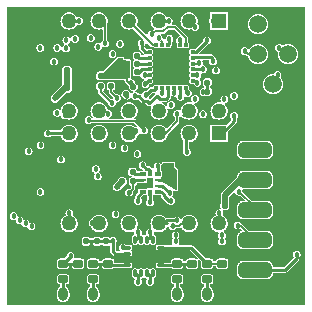
<source format=gtl>
G04 Layer_Physical_Order=1*
G04 Layer_Color=255*
%FSAX24Y24*%
%MOIN*%
G70*
G01*
G75*
%ADD10C,0.0496*%
%ADD11R,0.0496X0.0496*%
%ADD12C,0.0591*%
G04:AMPARAMS|DCode=13|XSize=26mil|YSize=34.6mil|CornerRadius=6.8mil|HoleSize=0mil|Usage=FLASHONLY|Rotation=90.000|XOffset=0mil|YOffset=0mil|HoleType=Round|Shape=RoundedRectangle|*
%AMROUNDEDRECTD13*
21,1,0.0260,0.0211,0,0,90.0*
21,1,0.0125,0.0346,0,0,90.0*
1,1,0.0135,0.0106,0.0062*
1,1,0.0135,0.0106,-0.0062*
1,1,0.0135,-0.0106,-0.0062*
1,1,0.0135,-0.0106,0.0062*
%
%ADD13ROUNDEDRECTD13*%
G04:AMPARAMS|DCode=14|XSize=21.3mil|YSize=19.7mil|CornerRadius=5.1mil|HoleSize=0mil|Usage=FLASHONLY|Rotation=90.000|XOffset=0mil|YOffset=0mil|HoleType=Round|Shape=RoundedRectangle|*
%AMROUNDEDRECTD14*
21,1,0.0213,0.0094,0,0,90.0*
21,1,0.0110,0.0197,0,0,90.0*
1,1,0.0102,0.0047,0.0055*
1,1,0.0102,0.0047,-0.0055*
1,1,0.0102,-0.0047,-0.0055*
1,1,0.0102,-0.0047,0.0055*
%
%ADD14ROUNDEDRECTD14*%
G04:AMPARAMS|DCode=15|XSize=26mil|YSize=10.2mil|CornerRadius=2.8mil|HoleSize=0mil|Usage=FLASHONLY|Rotation=180.000|XOffset=0mil|YOffset=0mil|HoleType=Round|Shape=RoundedRectangle|*
%AMROUNDEDRECTD15*
21,1,0.0260,0.0047,0,0,180.0*
21,1,0.0205,0.0102,0,0,180.0*
1,1,0.0055,-0.0102,0.0024*
1,1,0.0055,0.0102,0.0024*
1,1,0.0055,0.0102,-0.0024*
1,1,0.0055,-0.0102,-0.0024*
%
%ADD15ROUNDEDRECTD15*%
G04:AMPARAMS|DCode=16|XSize=26mil|YSize=10.2mil|CornerRadius=2.8mil|HoleSize=0mil|Usage=FLASHONLY|Rotation=270.000|XOffset=0mil|YOffset=0mil|HoleType=Round|Shape=RoundedRectangle|*
%AMROUNDEDRECTD16*
21,1,0.0260,0.0047,0,0,270.0*
21,1,0.0205,0.0102,0,0,270.0*
1,1,0.0055,-0.0024,-0.0102*
1,1,0.0055,-0.0024,0.0102*
1,1,0.0055,0.0024,0.0102*
1,1,0.0055,0.0024,-0.0102*
%
%ADD16ROUNDEDRECTD16*%
%ADD17R,0.0630X0.0630*%
G04:AMPARAMS|DCode=18|XSize=51.2mil|YSize=110.2mil|CornerRadius=12.8mil|HoleSize=0mil|Usage=FLASHONLY|Rotation=270.000|XOffset=0mil|YOffset=0mil|HoleType=Round|Shape=RoundedRectangle|*
%AMROUNDEDRECTD18*
21,1,0.0512,0.0846,0,0,270.0*
21,1,0.0256,0.1102,0,0,270.0*
1,1,0.0256,-0.0423,-0.0128*
1,1,0.0256,-0.0423,0.0128*
1,1,0.0256,0.0423,0.0128*
1,1,0.0256,0.0423,-0.0128*
%
%ADD18ROUNDEDRECTD18*%
G04:AMPARAMS|DCode=19|XSize=20.1mil|YSize=19.7mil|CornerRadius=5.1mil|HoleSize=0mil|Usage=FLASHONLY|Rotation=180.000|XOffset=0mil|YOffset=0mil|HoleType=Round|Shape=RoundedRectangle|*
%AMROUNDEDRECTD19*
21,1,0.0201,0.0094,0,0,180.0*
21,1,0.0098,0.0197,0,0,180.0*
1,1,0.0102,-0.0049,0.0047*
1,1,0.0102,0.0049,0.0047*
1,1,0.0102,0.0049,-0.0047*
1,1,0.0102,-0.0049,-0.0047*
%
%ADD19ROUNDEDRECTD19*%
%ADD20R,0.0138X0.0248*%
%ADD21R,0.0228X0.0098*%
%ADD22R,0.0228X0.0118*%
G04:AMPARAMS|DCode=23|XSize=21.3mil|YSize=19.7mil|CornerRadius=5.1mil|HoleSize=0mil|Usage=FLASHONLY|Rotation=180.000|XOffset=0mil|YOffset=0mil|HoleType=Round|Shape=RoundedRectangle|*
%AMROUNDEDRECTD23*
21,1,0.0213,0.0094,0,0,180.0*
21,1,0.0110,0.0197,0,0,180.0*
1,1,0.0102,-0.0055,0.0047*
1,1,0.0102,0.0055,0.0047*
1,1,0.0102,0.0055,-0.0047*
1,1,0.0102,-0.0055,-0.0047*
%
%ADD23ROUNDEDRECTD23*%
G04:AMPARAMS|DCode=24|XSize=23.2mil|YSize=81.1mil|CornerRadius=5.9mil|HoleSize=0mil|Usage=FLASHONLY|Rotation=180.000|XOffset=0mil|YOffset=0mil|HoleType=Round|Shape=RoundedRectangle|*
%AMROUNDEDRECTD24*
21,1,0.0232,0.0693,0,0,180.0*
21,1,0.0114,0.0811,0,0,180.0*
1,1,0.0118,-0.0057,0.0346*
1,1,0.0118,0.0057,0.0346*
1,1,0.0118,0.0057,-0.0346*
1,1,0.0118,-0.0057,-0.0346*
%
%ADD24ROUNDEDRECTD24*%
G04:AMPARAMS|DCode=25|XSize=20.1mil|YSize=19.7mil|CornerRadius=5.1mil|HoleSize=0mil|Usage=FLASHONLY|Rotation=270.000|XOffset=0mil|YOffset=0mil|HoleType=Round|Shape=RoundedRectangle|*
%AMROUNDEDRECTD25*
21,1,0.0201,0.0094,0,0,270.0*
21,1,0.0098,0.0197,0,0,270.0*
1,1,0.0102,-0.0047,-0.0049*
1,1,0.0102,-0.0047,0.0049*
1,1,0.0102,0.0047,0.0049*
1,1,0.0102,0.0047,-0.0049*
%
%ADD25ROUNDEDRECTD25*%
G04:AMPARAMS|DCode=26|XSize=20.1mil|YSize=19.7mil|CornerRadius=5.1mil|HoleSize=0mil|Usage=FLASHONLY|Rotation=225.000|XOffset=0mil|YOffset=0mil|HoleType=Round|Shape=RoundedRectangle|*
%AMROUNDEDRECTD26*
21,1,0.0201,0.0094,0,0,225.0*
21,1,0.0098,0.0197,0,0,225.0*
1,1,0.0102,-0.0068,-0.0001*
1,1,0.0102,0.0001,0.0068*
1,1,0.0102,0.0068,0.0001*
1,1,0.0102,-0.0001,-0.0068*
%
%ADD26ROUNDEDRECTD26*%
G04:AMPARAMS|DCode=27|XSize=13.8mil|YSize=13mil|CornerRadius=3.1mil|HoleSize=0mil|Usage=FLASHONLY|Rotation=90.000|XOffset=0mil|YOffset=0mil|HoleType=Round|Shape=RoundedRectangle|*
%AMROUNDEDRECTD27*
21,1,0.0138,0.0068,0,0,90.0*
21,1,0.0075,0.0130,0,0,90.0*
1,1,0.0062,0.0034,0.0038*
1,1,0.0062,0.0034,-0.0038*
1,1,0.0062,-0.0034,-0.0038*
1,1,0.0062,-0.0034,0.0038*
%
%ADD27ROUNDEDRECTD27*%
G04:AMPARAMS|DCode=28|XSize=13.8mil|YSize=13mil|CornerRadius=3.1mil|HoleSize=0mil|Usage=FLASHONLY|Rotation=180.000|XOffset=0mil|YOffset=0mil|HoleType=Round|Shape=RoundedRectangle|*
%AMROUNDEDRECTD28*
21,1,0.0138,0.0068,0,0,180.0*
21,1,0.0075,0.0130,0,0,180.0*
1,1,0.0062,-0.0038,0.0034*
1,1,0.0062,0.0038,0.0034*
1,1,0.0062,0.0038,-0.0034*
1,1,0.0062,-0.0038,-0.0034*
%
%ADD28ROUNDEDRECTD28*%
%ADD29R,0.0906X0.0906*%
%ADD30C,0.0200*%
%ADD31C,0.0060*%
%ADD32C,0.0100*%
%ADD33C,0.0080*%
%ADD34C,0.0070*%
%ADD35O,0.0350X0.0449*%
%ADD36C,0.0180*%
%ADD37C,0.0230*%
G36*
X009954Y000046D02*
X000046D01*
Y009954D01*
X009954D01*
Y000046D01*
D02*
G37*
%LPC*%
G36*
X002990Y004691D02*
X002965Y004688D01*
X002940Y004681D01*
X002917Y004669D01*
X002898Y004652D01*
X002881Y004633D01*
X002869Y004610D01*
X002862Y004585D01*
X002859Y004560D01*
X002862Y004535D01*
X002869Y004510D01*
X002881Y004487D01*
X002898Y004468D01*
X002917Y004451D01*
X002940Y004439D01*
X002952Y004394D01*
X002951Y004393D01*
X002939Y004370D01*
X002932Y004345D01*
X002929Y004320D01*
X002932Y004295D01*
X002939Y004270D01*
X002951Y004247D01*
X002968Y004228D01*
X002987Y004211D01*
X003010Y004199D01*
X003035Y004192D01*
X003060Y004189D01*
X003085Y004192D01*
X003110Y004199D01*
X003133Y004211D01*
X003152Y004228D01*
X003169Y004247D01*
X003181Y004270D01*
X003188Y004295D01*
X003191Y004320D01*
X003188Y004345D01*
X003181Y004370D01*
X003169Y004393D01*
X003152Y004412D01*
X003133Y004429D01*
X003110Y004441D01*
X003098Y004486D01*
X003099Y004487D01*
X003111Y004510D01*
X003118Y004535D01*
X003121Y004560D01*
X003118Y004585D01*
X003111Y004610D01*
X003099Y004633D01*
X003082Y004652D01*
X003063Y004669D01*
X003040Y004681D01*
X003015Y004688D01*
X002990Y004691D01*
D02*
G37*
G36*
X004550Y004819D02*
X004525Y004817D01*
X004500Y004809D01*
X004477Y004797D01*
X004458Y004781D01*
X004441Y004761D01*
X004429Y004739D01*
X004422Y004714D01*
X004419Y004689D01*
X004422Y004663D01*
X004429Y004639D01*
X004441Y004616D01*
X004458Y004596D01*
X004477Y004580D01*
X004500Y004568D01*
X004525Y004560D01*
X004547Y004558D01*
X004569Y004530D01*
X004554Y004494D01*
X004396D01*
Y004486D01*
X004356D01*
Y004521D01*
X004353Y004545D01*
X004343Y004567D01*
X004329Y004586D01*
X004310Y004601D01*
X004288Y004610D01*
X004264Y004613D01*
X004165D01*
X004142Y004610D01*
X004119Y004601D01*
X004100Y004586D01*
X004086Y004567D01*
X004077Y004545D01*
X004073Y004521D01*
Y004427D01*
X004077Y004403D01*
X004086Y004381D01*
X004100Y004362D01*
X004119Y004347D01*
X004142Y004338D01*
X004165Y004335D01*
X004191D01*
X004195Y004329D01*
X004176Y004289D01*
X004152Y004286D01*
X004130Y004277D01*
X004111Y004262D01*
X004096Y004243D01*
X004087Y004221D01*
X004084Y004197D01*
Y004103D01*
X004087Y004079D01*
X004096Y004057D01*
X004111Y004038D01*
X004130Y004023D01*
X004152Y004014D01*
X004155Y004014D01*
Y003934D01*
X004128Y003907D01*
X004125Y003908D01*
X004100Y003911D01*
X004075Y003908D01*
X004050Y003901D01*
X004027Y003889D01*
X004008Y003872D01*
X003991Y003853D01*
X003979Y003830D01*
X003972Y003805D01*
X003969Y003780D01*
X003972Y003755D01*
X003979Y003730D01*
X003991Y003707D01*
X004008Y003688D01*
X004027Y003671D01*
X004050Y003659D01*
X004075Y003652D01*
X004100Y003649D01*
X004125Y003652D01*
X004150Y003659D01*
X004173Y003671D01*
X004192Y003688D01*
X004209Y003707D01*
X004221Y003730D01*
X004222Y003735D01*
X004231Y003747D01*
X004238Y003764D01*
X004241Y003782D01*
X004238Y003800D01*
X004233Y003813D01*
X004275Y003855D01*
X004275Y003855D01*
X004286Y003870D01*
X004293Y003887D01*
X004296Y003905D01*
Y004014D01*
X004298Y004014D01*
X004320Y004023D01*
X004339Y004038D01*
X004354Y004057D01*
X004363Y004079D01*
X004366Y004103D01*
Y004108D01*
X004550D01*
X004562Y004109D01*
X004704D01*
Y004253D01*
X004704Y004275D01*
X004726Y004275D01*
X004896D01*
Y004109D01*
X004896D01*
Y004091D01*
X004896D01*
Y003925D01*
X004691D01*
Y003904D01*
X004396D01*
Y003779D01*
X004336Y003719D01*
X004321Y003700D01*
X004312Y003678D01*
X004309Y003655D01*
Y003594D01*
X004308Y003592D01*
X004291Y003573D01*
X004279Y003550D01*
X004272Y003525D01*
X004269Y003500D01*
X004272Y003475D01*
X004279Y003450D01*
X004291Y003427D01*
X004308Y003408D01*
X004327Y003391D01*
X004350Y003379D01*
X004375Y003372D01*
X004400Y003369D01*
X004425Y003372D01*
X004450Y003379D01*
X004473Y003391D01*
X004492Y003408D01*
X004509Y003427D01*
X004521Y003450D01*
X004528Y003475D01*
X004531Y003500D01*
X004528Y003525D01*
X004521Y003550D01*
X004509Y003573D01*
X004492Y003592D01*
X004502Y003629D01*
X004579Y003706D01*
X004691D01*
Y003597D01*
X004709D01*
Y003544D01*
X004708Y003542D01*
X004691Y003523D01*
X004679Y003500D01*
X004672Y003475D01*
X004669Y003450D01*
X004672Y003425D01*
X004679Y003400D01*
X004691Y003377D01*
X004708Y003358D01*
X004727Y003341D01*
X004750Y003329D01*
X004775Y003322D01*
X004800Y003319D01*
X004825Y003322D01*
X004850Y003329D01*
X004873Y003341D01*
X004892Y003358D01*
X004909Y003377D01*
X004921Y003400D01*
X004928Y003425D01*
X004931Y003450D01*
X004928Y003475D01*
X004921Y003500D01*
X004909Y003523D01*
X004892Y003542D01*
X004891Y003544D01*
Y003597D01*
X004909D01*
Y003706D01*
X005140D01*
X005159Y003686D01*
Y003667D01*
X005162Y003644D01*
X005171Y003622D01*
X005186Y003603D01*
X005353Y003436D01*
X005372Y003421D01*
X005394Y003412D01*
X005405Y003411D01*
X005408Y003408D01*
X005427Y003391D01*
X005450Y003379D01*
X005475Y003372D01*
X005500Y003369D01*
X005525Y003372D01*
X005550Y003379D01*
X005573Y003391D01*
X005592Y003408D01*
X005609Y003427D01*
X005621Y003450D01*
X005628Y003475D01*
X005631Y003500D01*
X005628Y003525D01*
X005621Y003550D01*
X005609Y003573D01*
X005592Y003592D01*
X005573Y003609D01*
X005556Y003617D01*
X005549Y003639D01*
X005547Y003663D01*
X005559Y003677D01*
X005571Y003700D01*
X005578Y003725D01*
X005581Y003750D01*
X005578Y003775D01*
X005571Y003800D01*
X005559Y003823D01*
X005542Y003842D01*
X005537Y003847D01*
X005559Y003880D01*
X005646Y003833D01*
X005651Y003831D01*
X005656Y003829D01*
X005658Y003829D01*
X005661Y003828D01*
X005666Y003829D01*
X005671Y003828D01*
X005674Y003829D01*
X005677Y003830D01*
X005682Y003832D01*
X005686Y003834D01*
X005721Y003854D01*
X005725Y003858D01*
X005729Y003860D01*
X005730Y003863D01*
X005733Y003865D01*
X005735Y003869D01*
X005738Y003874D01*
X005738Y003876D01*
X005740Y003879D01*
X005740Y003884D01*
X005741Y003889D01*
Y004543D01*
X005738Y004559D01*
X005729Y004572D01*
X005729Y004572D01*
X005641Y004660D01*
Y004750D01*
X005638Y004766D01*
X005629Y004779D01*
X005616Y004788D01*
X005600Y004791D01*
X005219D01*
X005203Y004788D01*
X005190Y004779D01*
X005190Y004779D01*
X005153Y004742D01*
X005142Y004742D01*
X005123Y004759D01*
X005100Y004771D01*
X005075Y004778D01*
X005050Y004781D01*
X005025Y004778D01*
X005000Y004771D01*
X004977Y004759D01*
X004958Y004742D01*
X004941Y004723D01*
X004929Y004700D01*
X004922Y004675D01*
X004919Y004650D01*
X004921Y004638D01*
X004897Y004609D01*
X004893Y004606D01*
X004853Y004610D01*
X004838Y004629D01*
X004820Y004643D01*
X004798Y004652D01*
X004774Y004655D01*
X004712D01*
X004680Y004687D01*
X004681Y004689D01*
X004678Y004714D01*
X004671Y004739D01*
X004659Y004761D01*
X004642Y004781D01*
X004623Y004797D01*
X004600Y004809D01*
X004575Y004817D01*
X004550Y004819D01*
D02*
G37*
G36*
X001832Y005013D02*
X001806Y005010D01*
X001782Y005003D01*
X001759Y004990D01*
X001740Y004974D01*
X001723Y004954D01*
X001711Y004932D01*
X001704Y004907D01*
X001701Y004882D01*
X001704Y004856D01*
X001711Y004832D01*
X001723Y004809D01*
X001740Y004790D01*
X001759Y004773D01*
X001782Y004761D01*
X001806Y004754D01*
X001832Y004751D01*
X001857Y004754D01*
X001882Y004761D01*
X001904Y004773D01*
X001924Y004790D01*
X001940Y004809D01*
X001953Y004832D01*
X001960Y004856D01*
X001963Y004882D01*
X001960Y004907D01*
X001953Y004932D01*
X001940Y004954D01*
X001924Y004974D01*
X001904Y004990D01*
X001882Y005003D01*
X001857Y005010D01*
X001832Y005013D01*
D02*
G37*
G36*
X003875Y004291D02*
X003860Y004289D01*
X003826D01*
X003802Y004286D01*
X003780Y004277D01*
X003761Y004262D01*
X003746Y004243D01*
X003737Y004221D01*
X003735Y004209D01*
X003595Y004069D01*
X003578Y004048D01*
X003565Y004024D01*
X003557Y003997D01*
X003554Y003970D01*
X003557Y003943D01*
X003565Y003916D01*
X003578Y003892D01*
X003595Y003871D01*
X003617Y003853D01*
X003641Y003840D01*
X003667Y003832D01*
X003695Y003829D01*
X003722Y003832D01*
X003749Y003840D01*
X003773Y003853D01*
X003794Y003871D01*
X003936Y004012D01*
X003948Y004014D01*
X003970Y004023D01*
X003989Y004038D01*
X004004Y004057D01*
X004013Y004079D01*
X004016Y004103D01*
Y004197D01*
X004013Y004221D01*
X004004Y004243D01*
X003989Y004262D01*
X003970Y004277D01*
X003948Y004286D01*
X003924Y004289D01*
X003890D01*
X003875Y004291D01*
D02*
G37*
G36*
X006100Y003039D02*
X006055Y003035D01*
X006011Y003025D01*
X005969Y003007D01*
X005930Y002984D01*
X005896Y002954D01*
X005866Y002920D01*
X005860Y002909D01*
X005849Y002907D01*
X005814Y002912D01*
X005809Y002923D01*
X005792Y002942D01*
X005773Y002959D01*
X005750Y002971D01*
X005725Y002978D01*
X005700Y002981D01*
X005675Y002978D01*
X005650Y002971D01*
X005627Y002959D01*
X005608Y002942D01*
X005606Y002941D01*
X005360D01*
X005336Y002938D01*
X005323Y002932D01*
X005304Y002954D01*
X005270Y002984D01*
X005231Y003007D01*
X005189Y003025D01*
X005145Y003035D01*
X005100Y003039D01*
X005055Y003035D01*
X005011Y003025D01*
X004969Y003007D01*
X004930Y002984D01*
X004896Y002954D01*
X004866Y002920D01*
X004843Y002881D01*
X004825Y002839D01*
X004815Y002795D01*
X004811Y002750D01*
X004815Y002705D01*
X004825Y002661D01*
X004843Y002619D01*
X004846Y002614D01*
X004832Y002590D01*
X004820Y002579D01*
X004800Y002581D01*
X004775Y002578D01*
X004750Y002571D01*
X004727Y002559D01*
X004708Y002542D01*
X004691Y002523D01*
X004679Y002500D01*
X004672Y002475D01*
X004669Y002450D01*
X004672Y002425D01*
X004672Y002423D01*
X004672Y002422D01*
X004659Y002385D01*
X004646Y002377D01*
X004641Y002374D01*
X004627Y002364D01*
X004623Y002359D01*
X004610Y002356D01*
X004590D01*
X004577Y002359D01*
X004573Y002364D01*
X004559Y002374D01*
X004554Y002377D01*
X004541Y002385D01*
X004527Y002422D01*
X004528Y002423D01*
X004528Y002425D01*
X004531Y002450D01*
X004528Y002475D01*
X004521Y002500D01*
X004509Y002523D01*
X004492Y002542D01*
X004473Y002559D01*
X004450Y002571D01*
X004425Y002578D01*
X004400Y002581D01*
X004380Y002579D01*
X004368Y002590D01*
X004354Y002614D01*
X004357Y002619D01*
X004375Y002661D01*
X004385Y002705D01*
X004389Y002750D01*
X004385Y002795D01*
X004375Y002839D01*
X004357Y002881D01*
X004334Y002920D01*
X004304Y002954D01*
X004270Y002984D01*
X004231Y003007D01*
X004189Y003025D01*
X004145Y003035D01*
X004100Y003039D01*
X004055Y003035D01*
X004011Y003025D01*
X003969Y003007D01*
X003930Y002984D01*
X003896Y002954D01*
X003866Y002920D01*
X003843Y002881D01*
X003825Y002839D01*
X003815Y002795D01*
X003811Y002750D01*
X003815Y002705D01*
X003825Y002661D01*
X003843Y002619D01*
X003866Y002580D01*
X003896Y002546D01*
X003930Y002516D01*
X003969Y002493D01*
X004011Y002475D01*
X004055Y002465D01*
X004100Y002461D01*
X004145Y002465D01*
X004189Y002475D01*
X004231Y002493D01*
X004236Y002496D01*
X004260Y002482D01*
X004271Y002470D01*
X004269Y002450D01*
X004272Y002425D01*
X004272Y002423D01*
X004265Y002389D01*
X004248Y002375D01*
X004247Y002374D01*
X004233Y002364D01*
X004222Y002349D01*
X004215Y002333D01*
X004213Y002315D01*
Y002111D01*
X004215Y002093D01*
X004222Y002077D01*
X004233Y002062D01*
X004247Y002052D01*
X004264Y002045D01*
X004281Y002042D01*
X004328D01*
X004346Y002045D01*
X004362Y002052D01*
X004377Y002062D01*
X004380Y002067D01*
X004393Y002070D01*
X004413D01*
X004427Y002067D01*
X004430Y002062D01*
X004444Y002052D01*
X004460Y002045D01*
X004478Y002042D01*
X004525D01*
X004543Y002045D01*
X004559Y002052D01*
X004573Y002062D01*
X004577Y002067D01*
X004590Y002070D01*
X004610D01*
X004623Y002067D01*
X004627Y002062D01*
X004641Y002052D01*
X004657Y002045D01*
X004675Y002042D01*
X004722D01*
X004740Y002045D01*
X004756Y002052D01*
X004770Y002062D01*
X004773Y002067D01*
X004787Y002070D01*
X004807D01*
X004820Y002067D01*
X004823Y002062D01*
X004838Y002052D01*
X004854Y002045D01*
X004872Y002042D01*
X004919D01*
X004936Y002045D01*
X004953Y002052D01*
X004967Y002062D01*
X004978Y002077D01*
X004985Y002093D01*
X004987Y002111D01*
Y002315D01*
X004985Y002333D01*
X004978Y002349D01*
X004967Y002364D01*
X004953Y002374D01*
X004952Y002375D01*
X004935Y002389D01*
X004928Y002423D01*
X004928Y002425D01*
X004931Y002450D01*
X004929Y002470D01*
X004940Y002482D01*
X004964Y002496D01*
X004969Y002493D01*
X005011Y002475D01*
X005055Y002465D01*
X005100Y002461D01*
X005145Y002465D01*
X005189Y002475D01*
X005231Y002493D01*
X005270Y002516D01*
X005304Y002546D01*
X005334Y002580D01*
X005357Y002619D01*
X005362Y002630D01*
X005383Y002635D01*
X005422Y002625D01*
X005429Y002600D01*
X005441Y002577D01*
X005458Y002558D01*
X005477Y002541D01*
X005500Y002529D01*
X005525Y002522D01*
X005550Y002519D01*
X005575Y002522D01*
X005600Y002529D01*
X005623Y002541D01*
X005642Y002558D01*
X005659Y002577D01*
X005670Y002599D01*
X005775D01*
X005775Y002599D01*
X005793Y002602D01*
X005810Y002609D01*
X005852Y002599D01*
X005857Y002596D01*
X005866Y002580D01*
X005896Y002546D01*
X005930Y002516D01*
X005969Y002493D01*
X006011Y002475D01*
X006055Y002465D01*
X006100Y002461D01*
X006145Y002465D01*
X006189Y002475D01*
X006231Y002493D01*
X006270Y002516D01*
X006304Y002546D01*
X006334Y002580D01*
X006357Y002619D01*
X006375Y002661D01*
X006385Y002705D01*
X006389Y002750D01*
X006385Y002795D01*
X006375Y002839D01*
X006357Y002881D01*
X006334Y002920D01*
X006304Y002954D01*
X006270Y002984D01*
X006231Y003007D01*
X006189Y003025D01*
X006145Y003035D01*
X006100Y003039D01*
D02*
G37*
G36*
X003650Y003181D02*
X003625Y003178D01*
X003600Y003171D01*
X003577Y003159D01*
X003558Y003142D01*
X003541Y003123D01*
X003529Y003100D01*
X003522Y003075D01*
X003519Y003050D01*
X003522Y003025D01*
X003529Y003000D01*
X003541Y002977D01*
X003558Y002958D01*
X003577Y002941D01*
X003600Y002929D01*
X003625Y002922D01*
X003650Y002919D01*
X003675Y002922D01*
X003700Y002929D01*
X003723Y002941D01*
X003742Y002958D01*
X003759Y002977D01*
X003771Y003000D01*
X003778Y003025D01*
X003781Y003050D01*
X003778Y003075D01*
X003771Y003100D01*
X003759Y003123D01*
X003742Y003142D01*
X003723Y003159D01*
X003700Y003171D01*
X003675Y003178D01*
X003650Y003181D01*
D02*
G37*
G36*
X001147Y003934D02*
X001121Y003931D01*
X001097Y003924D01*
X001074Y003912D01*
X001054Y003896D01*
X001038Y003876D01*
X001026Y003853D01*
X001019Y003829D01*
X001016Y003803D01*
X001019Y003778D01*
X001026Y003753D01*
X001038Y003731D01*
X001054Y003711D01*
X001074Y003695D01*
X001097Y003682D01*
X001121Y003675D01*
X001147Y003673D01*
X001172Y003675D01*
X001197Y003682D01*
X001219Y003695D01*
X001239Y003711D01*
X001255Y003731D01*
X001268Y003753D01*
X001275Y003778D01*
X001277Y003803D01*
X001275Y003829D01*
X001268Y003853D01*
X001255Y003876D01*
X001239Y003896D01*
X001219Y003912D01*
X001197Y003924D01*
X001172Y003931D01*
X001147Y003934D01*
D02*
G37*
G36*
X008723Y005497D02*
X007877D01*
X007844Y005493D01*
X007812Y005484D01*
X007783Y005468D01*
X007757Y005447D01*
X007736Y005422D01*
X007721Y005393D01*
X007711Y005361D01*
X007708Y005328D01*
Y005072D01*
X007711Y005039D01*
X007721Y005007D01*
X007736Y004978D01*
X007757Y004953D01*
X007783Y004932D01*
X007812Y004916D01*
X007844Y004907D01*
X007877Y004903D01*
X008723D01*
X008756Y004907D01*
X008788Y004916D01*
X008817Y004932D01*
X008843Y004953D01*
X008864Y004978D01*
X008879Y005007D01*
X008889Y005039D01*
X008892Y005072D01*
Y005328D01*
X008889Y005361D01*
X008879Y005393D01*
X008864Y005422D01*
X008843Y005447D01*
X008817Y005468D01*
X008788Y005484D01*
X008756Y005493D01*
X008723Y005497D01*
D02*
G37*
G36*
X001150Y005481D02*
X001125Y005478D01*
X001100Y005471D01*
X001077Y005459D01*
X001058Y005442D01*
X001041Y005423D01*
X001029Y005400D01*
X001022Y005375D01*
X001019Y005350D01*
X001022Y005325D01*
X001029Y005300D01*
X001041Y005277D01*
X001058Y005258D01*
X001077Y005241D01*
X001100Y005229D01*
X001125Y005222D01*
X001150Y005219D01*
X001175Y005222D01*
X001200Y005229D01*
X001223Y005241D01*
X001242Y005258D01*
X001259Y005277D01*
X001271Y005300D01*
X001278Y005325D01*
X001281Y005350D01*
X001278Y005375D01*
X001271Y005400D01*
X001259Y005423D01*
X001242Y005442D01*
X001223Y005459D01*
X001200Y005471D01*
X001175Y005478D01*
X001150Y005481D01*
D02*
G37*
G36*
X003550D02*
X003525Y005478D01*
X003500Y005471D01*
X003477Y005459D01*
X003458Y005442D01*
X003441Y005423D01*
X003429Y005400D01*
X003422Y005375D01*
X003419Y005350D01*
X003422Y005325D01*
X003429Y005300D01*
X003441Y005277D01*
X003458Y005258D01*
X003477Y005241D01*
X003500Y005229D01*
X003525Y005222D01*
X003550Y005219D01*
X003575Y005222D01*
X003600Y005229D01*
X003623Y005241D01*
X003642Y005258D01*
X003659Y005277D01*
X003671Y005300D01*
X003678Y005325D01*
X003681Y005350D01*
X003678Y005375D01*
X003671Y005400D01*
X003659Y005423D01*
X003642Y005442D01*
X003623Y005459D01*
X003600Y005471D01*
X003575Y005478D01*
X003550Y005481D01*
D02*
G37*
G36*
X003100Y006039D02*
X003055Y006035D01*
X003011Y006025D01*
X002969Y006007D01*
X002930Y005984D01*
X002896Y005954D01*
X002866Y005920D01*
X002843Y005881D01*
X002825Y005839D01*
X002815Y005795D01*
X002811Y005750D01*
X002815Y005705D01*
X002825Y005661D01*
X002843Y005619D01*
X002866Y005580D01*
X002896Y005546D01*
X002930Y005516D01*
X002969Y005493D01*
X003011Y005475D01*
X003055Y005465D01*
X003100Y005461D01*
X003145Y005465D01*
X003189Y005475D01*
X003231Y005493D01*
X003270Y005516D01*
X003304Y005546D01*
X003334Y005580D01*
X003357Y005619D01*
X003375Y005661D01*
X003385Y005705D01*
X003389Y005750D01*
X003385Y005795D01*
X003375Y005839D01*
X003357Y005881D01*
X003334Y005920D01*
X003304Y005954D01*
X003270Y005984D01*
X003231Y006007D01*
X003189Y006025D01*
X003145Y006035D01*
X003100Y006039D01*
D02*
G37*
G36*
X003950Y005381D02*
X003925Y005378D01*
X003900Y005371D01*
X003877Y005359D01*
X003858Y005342D01*
X003841Y005323D01*
X003829Y005300D01*
X003822Y005275D01*
X003819Y005250D01*
X003822Y005225D01*
X003829Y005200D01*
X003841Y005177D01*
X003858Y005158D01*
X003877Y005141D01*
X003900Y005129D01*
X003925Y005122D01*
X003950Y005119D01*
X003975Y005122D01*
X004000Y005129D01*
X004023Y005141D01*
X004042Y005158D01*
X004059Y005177D01*
X004071Y005200D01*
X004078Y005225D01*
X004081Y005250D01*
X004078Y005275D01*
X004071Y005300D01*
X004059Y005323D01*
X004042Y005342D01*
X004023Y005359D01*
X004000Y005371D01*
X003975Y005378D01*
X003950Y005381D01*
D02*
G37*
G36*
X004380Y005201D02*
X004355Y005198D01*
X004330Y005191D01*
X004307Y005179D01*
X004288Y005162D01*
X004271Y005143D01*
X004259Y005120D01*
X004252Y005095D01*
X004249Y005070D01*
X004252Y005045D01*
X004259Y005020D01*
X004271Y004997D01*
X004288Y004978D01*
X004307Y004961D01*
X004330Y004949D01*
X004355Y004942D01*
X004380Y004939D01*
X004405Y004942D01*
X004430Y004949D01*
X004453Y004961D01*
X004472Y004978D01*
X004489Y004997D01*
X004501Y005020D01*
X004508Y005045D01*
X004511Y005070D01*
X004508Y005095D01*
X004501Y005120D01*
X004489Y005143D01*
X004472Y005162D01*
X004453Y005179D01*
X004430Y005191D01*
X004405Y005198D01*
X004380Y005201D01*
D02*
G37*
G36*
X006100Y006039D02*
X006055Y006035D01*
X006011Y006025D01*
X005969Y006007D01*
X005930Y005984D01*
X005896Y005954D01*
X005866Y005920D01*
X005843Y005881D01*
X005825Y005839D01*
X005815Y005795D01*
X005811Y005750D01*
X005815Y005705D01*
X005825Y005661D01*
X005843Y005619D01*
X005866Y005580D01*
X005896Y005546D01*
X005909Y005534D01*
Y005159D01*
X005906Y005149D01*
X005904Y005123D01*
X005906Y005098D01*
X005914Y005073D01*
X005926Y005051D01*
X005942Y005031D01*
X005962Y005015D01*
X005984Y005003D01*
X006009Y004995D01*
X006034Y004993D01*
X006060Y004995D01*
X006084Y005003D01*
X006107Y005015D01*
X006127Y005031D01*
X006143Y005051D01*
X006155Y005073D01*
X006162Y005098D01*
X006165Y005123D01*
X006162Y005149D01*
X006155Y005173D01*
X006143Y005196D01*
X006127Y005216D01*
X006107Y005232D01*
X006091Y005241D01*
Y005453D01*
X006100Y005461D01*
X006145Y005465D01*
X006189Y005475D01*
X006231Y005493D01*
X006270Y005516D01*
X006304Y005546D01*
X006334Y005580D01*
X006357Y005619D01*
X006375Y005661D01*
X006385Y005705D01*
X006389Y005750D01*
X006385Y005795D01*
X006375Y005839D01*
X006357Y005881D01*
X006334Y005920D01*
X006304Y005954D01*
X006270Y005984D01*
X006231Y006007D01*
X006189Y006025D01*
X006145Y006035D01*
X006100Y006039D01*
D02*
G37*
G36*
X000753Y005284D02*
X000728Y005281D01*
X000703Y005274D01*
X000681Y005262D01*
X000661Y005246D01*
X000645Y005226D01*
X000632Y005203D01*
X000625Y005179D01*
X000623Y005153D01*
X000625Y005128D01*
X000632Y005103D01*
X000645Y005081D01*
X000661Y005061D01*
X000681Y005045D01*
X000703Y005032D01*
X000728Y005025D01*
X000753Y005023D01*
X000779Y005025D01*
X000803Y005032D01*
X000826Y005045D01*
X000846Y005061D01*
X000862Y005081D01*
X000874Y005103D01*
X000881Y005128D01*
X000884Y005153D01*
X000881Y005179D01*
X000874Y005203D01*
X000862Y005226D01*
X000846Y005246D01*
X000826Y005262D01*
X000803Y005274D01*
X000779Y005281D01*
X000753Y005284D01*
D02*
G37*
G36*
X004919Y001258D02*
X004872D01*
X004854Y001255D01*
X004838Y001248D01*
X004823Y001238D01*
X004820Y001233D01*
X004807Y001230D01*
X004787D01*
X004773Y001233D01*
X004770Y001238D01*
X004756Y001248D01*
X004740Y001255D01*
X004722Y001258D01*
X004675D01*
X004657Y001255D01*
X004641Y001248D01*
X004627Y001238D01*
X004623Y001233D01*
X004610Y001230D01*
X004590D01*
X004577Y001233D01*
X004573Y001238D01*
X004559Y001248D01*
X004543Y001255D01*
X004525Y001258D01*
X004478D01*
X004460Y001255D01*
X004444Y001248D01*
X004430Y001238D01*
X004427Y001233D01*
X004413Y001230D01*
X004393D01*
X004380Y001233D01*
X004377Y001238D01*
X004362Y001248D01*
X004346Y001255D01*
X004328Y001258D01*
X004281D01*
X004264Y001255D01*
X004247Y001248D01*
X004233Y001238D01*
X004222Y001223D01*
X004215Y001207D01*
X004213Y001189D01*
Y000985D01*
X004215Y000967D01*
X004222Y000951D01*
X004233Y000936D01*
X004247Y000926D01*
X004264Y000919D01*
X004276Y000917D01*
X004285Y000905D01*
X004295Y000877D01*
X004291Y000873D01*
X004279Y000850D01*
X004272Y000825D01*
X004269Y000800D01*
X004272Y000775D01*
X004279Y000750D01*
X004291Y000727D01*
X004308Y000708D01*
X004327Y000691D01*
X004350Y000679D01*
X004375Y000672D01*
X004400Y000669D01*
X004425Y000672D01*
X004450Y000679D01*
X004473Y000691D01*
X004492Y000708D01*
X004509Y000727D01*
X004521Y000750D01*
X004528Y000775D01*
X004531Y000800D01*
X004528Y000825D01*
X004521Y000850D01*
X004509Y000873D01*
X004505Y000877D01*
X004524Y000917D01*
X004525D01*
X004543Y000919D01*
X004559Y000926D01*
X004573Y000936D01*
X004577Y000941D01*
X004590Y000944D01*
X004610D01*
X004623Y000941D01*
X004627Y000936D01*
X004641Y000926D01*
X004657Y000919D01*
X004675Y000917D01*
X004676D01*
X004695Y000877D01*
X004691Y000873D01*
X004679Y000850D01*
X004672Y000825D01*
X004669Y000800D01*
X004672Y000775D01*
X004679Y000750D01*
X004691Y000727D01*
X004708Y000708D01*
X004727Y000691D01*
X004750Y000679D01*
X004775Y000672D01*
X004800Y000669D01*
X004825Y000672D01*
X004850Y000679D01*
X004873Y000691D01*
X004892Y000708D01*
X004909Y000727D01*
X004921Y000750D01*
X004928Y000775D01*
X004931Y000800D01*
X004928Y000825D01*
X004921Y000850D01*
X004909Y000873D01*
X004905Y000877D01*
X004915Y000905D01*
X004924Y000917D01*
X004936Y000919D01*
X004953Y000926D01*
X004967Y000936D01*
X004978Y000951D01*
X004985Y000967D01*
X004987Y000985D01*
Y001189D01*
X004985Y001207D01*
X004978Y001223D01*
X004967Y001238D01*
X004953Y001248D01*
X004936Y001255D01*
X004919Y001258D01*
D02*
G37*
G36*
X002150Y001792D02*
X002125Y001790D01*
X002100Y001782D01*
X002077Y001770D01*
X002058Y001754D01*
X002041Y001734D01*
X002029Y001712D01*
X002022Y001687D01*
X002019Y001662D01*
X002020Y001660D01*
X001942Y001583D01*
X001794D01*
X001766Y001579D01*
X001740Y001568D01*
X001718Y001551D01*
X001700Y001528D01*
X001690Y001502D01*
X001686Y001474D01*
Y001349D01*
X001690Y001321D01*
X001700Y001295D01*
X001718Y001273D01*
X001740Y001256D01*
X001766Y001245D01*
X001794Y001241D01*
X002006D01*
X002034Y001245D01*
X002060Y001256D01*
X002082Y001273D01*
X002100Y001295D01*
X002110Y001321D01*
X002190D01*
X002200Y001295D01*
X002218Y001273D01*
X002240Y001256D01*
X002266Y001245D01*
X002294Y001241D01*
X002506D01*
X002534Y001245D01*
X002560Y001256D01*
X002582Y001273D01*
X002600Y001295D01*
X002610Y001321D01*
X002614Y001349D01*
Y001474D01*
X002610Y001502D01*
X002600Y001528D01*
X002582Y001551D01*
X002560Y001568D01*
X002534Y001579D01*
X002506Y001583D01*
X002300D01*
X002287Y001596D01*
X002273Y001620D01*
X002278Y001636D01*
X002281Y001662D01*
X002278Y001687D01*
X002271Y001712D01*
X002259Y001734D01*
X002242Y001754D01*
X002223Y001770D01*
X002200Y001782D01*
X002175Y001790D01*
X002150Y001792D01*
D02*
G37*
G36*
X009690Y001841D02*
X009665Y001838D01*
X009640Y001831D01*
X009617Y001819D01*
X009598Y001802D01*
X009581Y001783D01*
X009569Y001760D01*
X009562Y001735D01*
X009559Y001710D01*
X009562Y001685D01*
X009569Y001660D01*
X009581Y001637D01*
X009594Y001622D01*
X009262Y001291D01*
X008892D01*
Y001328D01*
X008889Y001361D01*
X008879Y001393D01*
X008864Y001422D01*
X008843Y001447D01*
X008817Y001468D01*
X008788Y001484D01*
X008756Y001493D01*
X008723Y001497D01*
X007877D01*
X007844Y001493D01*
X007812Y001484D01*
X007783Y001468D01*
X007757Y001447D01*
X007736Y001422D01*
X007721Y001393D01*
X007711Y001361D01*
X007708Y001328D01*
Y001072D01*
X007711Y001039D01*
X007721Y001007D01*
X007736Y000978D01*
X007757Y000953D01*
X007783Y000932D01*
X007812Y000916D01*
X007844Y000907D01*
X007877Y000903D01*
X008723D01*
X008756Y000907D01*
X008788Y000916D01*
X008817Y000932D01*
X008843Y000953D01*
X008864Y000978D01*
X008879Y001007D01*
X008889Y001039D01*
X008892Y001072D01*
Y001109D01*
X009300D01*
X009323Y001112D01*
X009345Y001121D01*
X009364Y001136D01*
X009754Y001526D01*
X009769Y001545D01*
X009778Y001567D01*
X009781Y001590D01*
Y001616D01*
X009782Y001618D01*
X009799Y001637D01*
X009811Y001660D01*
X009818Y001685D01*
X009821Y001710D01*
X009818Y001735D01*
X009811Y001760D01*
X009799Y001783D01*
X009782Y001802D01*
X009763Y001819D01*
X009740Y001831D01*
X009715Y001838D01*
X009690Y001841D01*
D02*
G37*
G36*
X006806Y001059D02*
X006594D01*
X006566Y001055D01*
X006540Y001045D01*
X006518Y001027D01*
X006500Y001005D01*
X006490Y000979D01*
X006486Y000951D01*
Y000826D01*
X006490Y000798D01*
X006500Y000772D01*
X006518Y000749D01*
X006540Y000732D01*
X006566Y000721D01*
X006594Y000717D01*
X006609D01*
Y000640D01*
X006602Y000637D01*
X006573Y000619D01*
X006547Y000597D01*
X006525Y000571D01*
X006508Y000542D01*
X006495Y000511D01*
X006487Y000478D01*
X006484Y000444D01*
Y000346D01*
X006487Y000312D01*
X006495Y000279D01*
X006508Y000248D01*
X006525Y000219D01*
X006547Y000193D01*
X006573Y000171D01*
X006602Y000154D01*
X006633Y000141D01*
X006666Y000133D01*
X006700Y000130D01*
X006734Y000133D01*
X006767Y000141D01*
X006798Y000154D01*
X006827Y000171D01*
X006853Y000193D01*
X006875Y000219D01*
X006892Y000248D01*
X006905Y000279D01*
X006913Y000312D01*
X006916Y000346D01*
Y000444D01*
X006913Y000478D01*
X006905Y000511D01*
X006892Y000542D01*
X006875Y000571D01*
X006853Y000597D01*
X006827Y000619D01*
X006798Y000637D01*
X006791Y000640D01*
Y000717D01*
X006806D01*
X006834Y000721D01*
X006860Y000732D01*
X006882Y000749D01*
X006900Y000772D01*
X006910Y000798D01*
X006914Y000826D01*
Y000951D01*
X006910Y000979D01*
X006900Y001005D01*
X006882Y001027D01*
X006860Y001045D01*
X006834Y001055D01*
X006806Y001059D01*
D02*
G37*
G36*
X002006D02*
X001794D01*
X001766Y001055D01*
X001740Y001045D01*
X001718Y001027D01*
X001700Y001005D01*
X001690Y000979D01*
X001686Y000951D01*
Y000826D01*
X001690Y000798D01*
X001700Y000772D01*
X001718Y000749D01*
X001740Y000732D01*
X001766Y000721D01*
X001794Y000717D01*
X001809D01*
Y000640D01*
X001802Y000637D01*
X001773Y000619D01*
X001747Y000597D01*
X001725Y000571D01*
X001708Y000542D01*
X001695Y000511D01*
X001687Y000478D01*
X001684Y000444D01*
Y000346D01*
X001687Y000312D01*
X001695Y000279D01*
X001708Y000248D01*
X001725Y000219D01*
X001747Y000193D01*
X001773Y000171D01*
X001802Y000154D01*
X001833Y000141D01*
X001866Y000133D01*
X001900Y000130D01*
X001934Y000133D01*
X001967Y000141D01*
X001998Y000154D01*
X002027Y000171D01*
X002053Y000193D01*
X002075Y000219D01*
X002092Y000248D01*
X002105Y000279D01*
X002113Y000312D01*
X002116Y000346D01*
Y000444D01*
X002113Y000478D01*
X002105Y000511D01*
X002092Y000542D01*
X002075Y000571D01*
X002053Y000597D01*
X002027Y000619D01*
X001998Y000637D01*
X001991Y000640D01*
Y000717D01*
X002006D01*
X002034Y000721D01*
X002060Y000732D01*
X002082Y000749D01*
X002100Y000772D01*
X002110Y000798D01*
X002114Y000826D01*
Y000951D01*
X002110Y000979D01*
X002100Y001005D01*
X002082Y001027D01*
X002060Y001045D01*
X002034Y001055D01*
X002006Y001059D01*
D02*
G37*
G36*
X003006D02*
X002794D01*
X002766Y001055D01*
X002740Y001045D01*
X002718Y001027D01*
X002700Y001005D01*
X002690Y000979D01*
X002686Y000951D01*
Y000826D01*
X002690Y000798D01*
X002700Y000772D01*
X002718Y000749D01*
X002740Y000732D01*
X002766Y000721D01*
X002794Y000717D01*
X002809D01*
Y000640D01*
X002802Y000637D01*
X002773Y000619D01*
X002747Y000597D01*
X002725Y000571D01*
X002708Y000542D01*
X002695Y000511D01*
X002687Y000478D01*
X002684Y000444D01*
Y000346D01*
X002687Y000312D01*
X002695Y000279D01*
X002708Y000248D01*
X002725Y000219D01*
X002747Y000193D01*
X002773Y000171D01*
X002802Y000154D01*
X002833Y000141D01*
X002866Y000133D01*
X002900Y000130D01*
X002934Y000133D01*
X002967Y000141D01*
X002998Y000154D01*
X003027Y000171D01*
X003053Y000193D01*
X003075Y000219D01*
X003092Y000248D01*
X003105Y000279D01*
X003113Y000312D01*
X003116Y000346D01*
Y000444D01*
X003113Y000478D01*
X003105Y000511D01*
X003092Y000542D01*
X003075Y000571D01*
X003053Y000597D01*
X003027Y000619D01*
X002998Y000637D01*
X002991Y000640D01*
Y000717D01*
X003006D01*
X003034Y000721D01*
X003060Y000732D01*
X003082Y000749D01*
X003100Y000772D01*
X003110Y000798D01*
X003114Y000826D01*
Y000951D01*
X003110Y000979D01*
X003100Y001005D01*
X003082Y001027D01*
X003060Y001045D01*
X003034Y001055D01*
X003006Y001059D01*
D02*
G37*
G36*
X005806D02*
X005594D01*
X005566Y001055D01*
X005540Y001045D01*
X005518Y001027D01*
X005500Y001005D01*
X005490Y000979D01*
X005486Y000951D01*
Y000826D01*
X005490Y000798D01*
X005500Y000772D01*
X005518Y000749D01*
X005540Y000732D01*
X005566Y000721D01*
X005594Y000717D01*
X005609D01*
Y000640D01*
X005602Y000637D01*
X005573Y000619D01*
X005547Y000597D01*
X005525Y000571D01*
X005508Y000542D01*
X005495Y000511D01*
X005487Y000478D01*
X005484Y000444D01*
Y000346D01*
X005487Y000312D01*
X005495Y000279D01*
X005508Y000248D01*
X005525Y000219D01*
X005547Y000193D01*
X005573Y000171D01*
X005602Y000154D01*
X005633Y000141D01*
X005666Y000133D01*
X005700Y000130D01*
X005734Y000133D01*
X005767Y000141D01*
X005798Y000154D01*
X005827Y000171D01*
X005853Y000193D01*
X005875Y000219D01*
X005892Y000248D01*
X005905Y000279D01*
X005913Y000312D01*
X005916Y000346D01*
Y000444D01*
X005913Y000478D01*
X005905Y000511D01*
X005892Y000542D01*
X005875Y000571D01*
X005853Y000597D01*
X005827Y000619D01*
X005798Y000637D01*
X005791Y000640D01*
Y000717D01*
X005806D01*
X005834Y000721D01*
X005860Y000732D01*
X005882Y000749D01*
X005900Y000772D01*
X005910Y000798D01*
X005914Y000826D01*
Y000951D01*
X005910Y000979D01*
X005900Y001005D01*
X005882Y001027D01*
X005860Y001045D01*
X005834Y001055D01*
X005806Y001059D01*
D02*
G37*
G36*
X003506Y001583D02*
X003294D01*
X003266Y001579D01*
X003240Y001568D01*
X003218Y001551D01*
X003200Y001528D01*
X003190Y001503D01*
X003110D01*
X003100Y001528D01*
X003082Y001551D01*
X003060Y001568D01*
X003034Y001579D01*
X003006Y001583D01*
X002794D01*
X002766Y001579D01*
X002740Y001568D01*
X002718Y001551D01*
X002700Y001528D01*
X002690Y001502D01*
X002686Y001474D01*
Y001349D01*
X002690Y001321D01*
X002700Y001295D01*
X002718Y001273D01*
X002740Y001256D01*
X002766Y001245D01*
X002794Y001241D01*
X003006D01*
X003034Y001245D01*
X003060Y001256D01*
X003082Y001273D01*
X003100Y001295D01*
X003110Y001321D01*
X003190D01*
X003200Y001295D01*
X003218Y001273D01*
X003240Y001256D01*
X003266Y001245D01*
X003294Y001241D01*
X003506D01*
X003534Y001245D01*
X003560Y001256D01*
X003571Y001264D01*
X003927D01*
X003935Y001263D01*
X004139D01*
X004157Y001265D01*
X004173Y001272D01*
X004188Y001283D01*
X004198Y001297D01*
X004205Y001314D01*
X004208Y001331D01*
Y001378D01*
X004205Y001396D01*
X004198Y001412D01*
X004188Y001427D01*
X004173Y001437D01*
X004157Y001444D01*
X004139Y001446D01*
X003935D01*
X003927Y001445D01*
X003614D01*
Y001474D01*
X003610Y001502D01*
X003600Y001528D01*
X003582Y001551D01*
X003560Y001568D01*
X003534Y001579D01*
X003506Y001583D01*
D02*
G37*
G36*
X003100Y003039D02*
X003055Y003035D01*
X003011Y003025D01*
X002969Y003007D01*
X002930Y002984D01*
X002896Y002954D01*
X002866Y002920D01*
X002853Y002898D01*
X002830Y002891D01*
X002807Y002879D01*
X002788Y002862D01*
X002771Y002843D01*
X002759Y002820D01*
X002752Y002795D01*
X002749Y002770D01*
X002752Y002745D01*
X002759Y002720D01*
X002771Y002697D01*
X002788Y002678D01*
X002807Y002661D01*
X002830Y002649D01*
X002843Y002619D01*
X002866Y002580D01*
X002896Y002546D01*
X002930Y002516D01*
X002969Y002493D01*
X003011Y002475D01*
X003055Y002465D01*
X003100Y002461D01*
X003145Y002465D01*
X003189Y002475D01*
X003231Y002493D01*
X003270Y002516D01*
X003304Y002546D01*
X003334Y002580D01*
X003357Y002619D01*
X003375Y002661D01*
X003385Y002705D01*
X003389Y002750D01*
X003385Y002795D01*
X003375Y002839D01*
X003357Y002881D01*
X003334Y002920D01*
X003304Y002954D01*
X003270Y002984D01*
X003231Y003007D01*
X003189Y003025D01*
X003145Y003035D01*
X003100Y003039D01*
D02*
G37*
G36*
X000250Y003131D02*
X000225Y003128D01*
X000200Y003121D01*
X000177Y003109D01*
X000158Y003092D01*
X000141Y003073D01*
X000129Y003050D01*
X000122Y003025D01*
X000119Y003000D01*
X000122Y002975D01*
X000129Y002950D01*
X000141Y002927D01*
X000158Y002908D01*
X000177Y002891D01*
X000200Y002879D01*
X000225Y002872D01*
X000250Y002869D01*
X000275Y002872D01*
X000282Y002874D01*
X000313Y002854D01*
X000316Y002851D01*
X000320Y002845D01*
X000322Y002825D01*
X000329Y002800D01*
X000341Y002777D01*
X000358Y002758D01*
X000377Y002741D01*
X000400Y002729D01*
X000425Y002722D01*
X000450Y002719D01*
X000475Y002722D01*
X000482Y002724D01*
X000505Y002724D01*
X000529Y002700D01*
X000541Y002677D01*
X000558Y002658D01*
X000577Y002641D01*
X000600Y002629D01*
X000625Y002622D01*
X000650Y002619D01*
X000675Y002622D01*
X000682Y002624D01*
X000705Y002624D01*
X000729Y002600D01*
X000741Y002577D01*
X000758Y002558D01*
X000777Y002541D01*
X000800Y002529D01*
X000825Y002522D01*
X000850Y002519D01*
X000875Y002522D01*
X000900Y002529D01*
X000923Y002541D01*
X000942Y002558D01*
X000959Y002577D01*
X000971Y002600D01*
X000978Y002625D01*
X000981Y002650D01*
X000978Y002675D01*
X000971Y002700D01*
X000959Y002723D01*
X000942Y002742D01*
X000923Y002759D01*
X000900Y002771D01*
X000875Y002778D01*
X000850Y002781D01*
X000825Y002778D01*
X000818Y002776D01*
X000795Y002776D01*
X000771Y002800D01*
X000759Y002823D01*
X000742Y002842D01*
X000723Y002859D01*
X000700Y002871D01*
X000675Y002878D01*
X000650Y002881D01*
X000625Y002878D01*
X000618Y002876D01*
X000595Y002876D01*
X000571Y002900D01*
X000559Y002923D01*
X000542Y002942D01*
X000523Y002959D01*
X000500Y002971D01*
X000475Y002978D01*
X000450Y002981D01*
X000425Y002978D01*
X000418Y002976D01*
X000387Y002996D01*
X000384Y002999D01*
X000380Y003005D01*
X000378Y003025D01*
X000371Y003050D01*
X000359Y003073D01*
X000342Y003092D01*
X000323Y003109D01*
X000300Y003121D01*
X000275Y003128D01*
X000250Y003131D01*
D02*
G37*
G36*
X008723Y004497D02*
X007877D01*
X007844Y004493D01*
X007812Y004484D01*
X007783Y004468D01*
X007757Y004447D01*
X007736Y004422D01*
X007721Y004393D01*
X007711Y004361D01*
X007708Y004328D01*
Y004306D01*
X007701Y004299D01*
X007191Y003789D01*
X007173Y003768D01*
X007160Y003744D01*
X007152Y003717D01*
X007149Y003690D01*
Y003406D01*
X007146Y003400D01*
X007137Y003370D01*
X007134Y003340D01*
X007137Y003310D01*
X007146Y003280D01*
X007161Y003253D01*
X007162Y003252D01*
X007139Y003217D01*
X007135Y003218D01*
X007110Y003221D01*
X007085Y003218D01*
X007060Y003211D01*
X007037Y003199D01*
X007018Y003182D01*
X007001Y003163D01*
X006989Y003140D01*
X006982Y003115D01*
X006979Y003090D01*
X006982Y003065D01*
X006989Y003040D01*
X006979Y003012D01*
X006969Y003007D01*
X006930Y002984D01*
X006896Y002954D01*
X006866Y002920D01*
X006843Y002881D01*
X006825Y002839D01*
X006815Y002795D01*
X006811Y002750D01*
X006815Y002705D01*
X006825Y002661D01*
X006843Y002619D01*
X006866Y002580D01*
X006896Y002546D01*
X006930Y002516D01*
X006969Y002493D01*
X007011Y002475D01*
X007055Y002465D01*
X007073Y002463D01*
X007091Y002423D01*
X007079Y002400D01*
X007072Y002375D01*
X007069Y002350D01*
X007072Y002325D01*
X007079Y002300D01*
X007091Y002277D01*
X007108Y002258D01*
Y002242D01*
X007091Y002223D01*
X007079Y002200D01*
X007072Y002175D01*
X007069Y002150D01*
X007072Y002125D01*
X007079Y002100D01*
X007091Y002077D01*
X007108Y002058D01*
X007127Y002041D01*
X007150Y002029D01*
X007175Y002022D01*
X007200Y002019D01*
X007225Y002022D01*
X007250Y002029D01*
X007273Y002041D01*
X007292Y002058D01*
X007309Y002077D01*
X007321Y002100D01*
X007328Y002125D01*
X007331Y002150D01*
X007328Y002175D01*
X007321Y002200D01*
X007309Y002223D01*
X007292Y002242D01*
Y002258D01*
X007309Y002277D01*
X007321Y002300D01*
X007328Y002325D01*
X007331Y002350D01*
X007328Y002375D01*
X007321Y002400D01*
X007309Y002423D01*
X007292Y002442D01*
X007273Y002459D01*
X007262Y002464D01*
X007257Y002499D01*
X007259Y002510D01*
X007270Y002516D01*
X007304Y002546D01*
X007334Y002580D01*
X007357Y002619D01*
X007375Y002661D01*
X007385Y002705D01*
X007389Y002750D01*
X007385Y002795D01*
X007375Y002839D01*
X007357Y002881D01*
X007334Y002920D01*
X007304Y002954D01*
X007270Y002984D01*
X007251Y002996D01*
X007231Y003009D01*
X007231Y003040D01*
X007238Y003065D01*
X007241Y003090D01*
X007238Y003115D01*
X007231Y003140D01*
X007222Y003157D01*
X007230Y003174D01*
X007247Y003191D01*
X007260Y003187D01*
X007290Y003184D01*
X007320Y003187D01*
X007350Y003196D01*
X007377Y003210D01*
X007400Y003230D01*
X007419Y003253D01*
X007434Y003280D01*
X007443Y003310D01*
X007446Y003340D01*
X007443Y003370D01*
X007434Y003400D01*
X007431Y003406D01*
Y003632D01*
X007582Y003783D01*
X007592Y003783D01*
X007626Y003771D01*
X007629Y003760D01*
X007641Y003737D01*
X007658Y003718D01*
X007677Y003701D01*
X007700Y003689D01*
X007725Y003682D01*
X007750Y003679D01*
X007775Y003682D01*
X007800Y003689D01*
X007801Y003690D01*
X007956Y003534D01*
X007941Y003497D01*
X007877D01*
X007844Y003493D01*
X007812Y003484D01*
X007783Y003468D01*
X007757Y003447D01*
X007736Y003422D01*
X007721Y003393D01*
X007711Y003361D01*
X007708Y003328D01*
Y003072D01*
X007711Y003039D01*
X007721Y003007D01*
X007736Y002978D01*
X007757Y002953D01*
X007783Y002932D01*
X007812Y002916D01*
X007844Y002907D01*
X007877Y002903D01*
X008723D01*
X008756Y002907D01*
X008788Y002916D01*
X008817Y002932D01*
X008843Y002953D01*
X008864Y002978D01*
X008879Y003007D01*
X008889Y003039D01*
X008892Y003072D01*
Y003328D01*
X008889Y003361D01*
X008879Y003393D01*
X008864Y003422D01*
X008843Y003447D01*
X008817Y003468D01*
X008788Y003484D01*
X008756Y003493D01*
X008723Y003497D01*
X008193D01*
X007881Y003809D01*
X007881Y003810D01*
X007878Y003835D01*
X007871Y003860D01*
X007869Y003864D01*
X007870Y003873D01*
X007892Y003903D01*
X008723D01*
X008756Y003907D01*
X008788Y003916D01*
X008817Y003932D01*
X008843Y003953D01*
X008864Y003978D01*
X008879Y004007D01*
X008889Y004039D01*
X008892Y004072D01*
Y004328D01*
X008889Y004361D01*
X008879Y004393D01*
X008864Y004422D01*
X008843Y004447D01*
X008817Y004468D01*
X008788Y004484D01*
X008756Y004493D01*
X008723Y004497D01*
D02*
G37*
G36*
X002110Y003221D02*
X002085Y003218D01*
X002060Y003211D01*
X002037Y003199D01*
X002018Y003182D01*
X002001Y003163D01*
X001989Y003140D01*
X001982Y003115D01*
X001979Y003090D01*
X001982Y003065D01*
X001989Y003040D01*
X001979Y003012D01*
X001969Y003007D01*
X001930Y002984D01*
X001896Y002954D01*
X001866Y002920D01*
X001843Y002881D01*
X001825Y002839D01*
X001815Y002795D01*
X001811Y002750D01*
X001815Y002705D01*
X001825Y002661D01*
X001843Y002619D01*
X001866Y002580D01*
X001896Y002546D01*
X001930Y002516D01*
X001969Y002493D01*
X002011Y002475D01*
X002055Y002465D01*
X002100Y002461D01*
X002145Y002465D01*
X002189Y002475D01*
X002231Y002493D01*
X002270Y002516D01*
X002304Y002546D01*
X002334Y002580D01*
X002357Y002619D01*
X002375Y002661D01*
X002385Y002705D01*
X002389Y002750D01*
X002385Y002795D01*
X002375Y002839D01*
X002357Y002881D01*
X002334Y002920D01*
X002304Y002954D01*
X002270Y002984D01*
X002251Y002996D01*
X002231Y003009D01*
X002231Y003040D01*
X002238Y003065D01*
X002241Y003090D01*
X002238Y003115D01*
X002231Y003140D01*
X002219Y003163D01*
X002202Y003182D01*
X002183Y003199D01*
X002160Y003211D01*
X002135Y003218D01*
X002110Y003221D01*
D02*
G37*
G36*
X007720Y002811D02*
X007695Y002808D01*
X007670Y002801D01*
X007647Y002789D01*
X007628Y002772D01*
X007611Y002753D01*
X007599Y002730D01*
X007592Y002705D01*
X007589Y002680D01*
X007592Y002655D01*
X007599Y002630D01*
X007611Y002607D01*
X007628Y002588D01*
X007647Y002571D01*
X007670Y002559D01*
X007695Y002552D01*
X007720Y002549D01*
X007745Y002552D01*
X007770Y002559D01*
X007793Y002571D01*
X007812Y002588D01*
X007813Y002588D01*
X007864Y002536D01*
X007850Y002494D01*
X007844Y002493D01*
X007812Y002484D01*
X007783Y002468D01*
X007757Y002447D01*
X007736Y002422D01*
X007721Y002393D01*
X007711Y002361D01*
X007708Y002328D01*
Y002072D01*
X007711Y002039D01*
X007721Y002007D01*
X007736Y001978D01*
X007757Y001953D01*
X007783Y001932D01*
X007812Y001916D01*
X007844Y001907D01*
X007877Y001903D01*
X008723D01*
X008756Y001907D01*
X008788Y001916D01*
X008817Y001932D01*
X008843Y001953D01*
X008864Y001978D01*
X008879Y002007D01*
X008889Y002039D01*
X008892Y002072D01*
Y002328D01*
X008889Y002361D01*
X008879Y002393D01*
X008864Y002422D01*
X008843Y002447D01*
X008817Y002468D01*
X008788Y002484D01*
X008756Y002493D01*
X008723Y002497D01*
X008103D01*
X007870Y002730D01*
X007855Y002741D01*
X007838Y002748D01*
X007830Y002749D01*
X007829Y002753D01*
X007812Y002772D01*
X007793Y002789D01*
X007770Y002801D01*
X007745Y002808D01*
X007720Y002811D01*
D02*
G37*
G36*
X005650Y002481D02*
X005625Y002478D01*
X005600Y002471D01*
X005577Y002459D01*
X005558Y002442D01*
X005541Y002423D01*
X005529Y002400D01*
X005522Y002375D01*
X005519Y002350D01*
X005522Y002325D01*
X005529Y002300D01*
X005541Y002277D01*
X005558Y002258D01*
Y002242D01*
X005541Y002223D01*
X005529Y002200D01*
X005522Y002175D01*
X005519Y002150D01*
X005522Y002125D01*
X005529Y002100D01*
X005541Y002077D01*
X005543Y002076D01*
X005524Y002036D01*
X005273D01*
X005265Y002037D01*
X005061D01*
X005043Y002035D01*
X005027Y002028D01*
X005012Y002017D01*
X005002Y002003D01*
X004995Y001986D01*
X004992Y001969D01*
Y001922D01*
X004995Y001904D01*
X005002Y001888D01*
X005012Y001873D01*
X005027Y001863D01*
X005043Y001856D01*
X005061Y001854D01*
X005265D01*
X005273Y001855D01*
X006129D01*
X006383Y001600D01*
X006360Y001568D01*
X006334Y001579D01*
X006306Y001583D01*
X006094D01*
X006066Y001579D01*
X006040Y001568D01*
X006018Y001551D01*
X006000Y001528D01*
X005990Y001503D01*
X005910D01*
X005900Y001528D01*
X005882Y001551D01*
X005860Y001568D01*
X005834Y001579D01*
X005806Y001583D01*
X005594D01*
X005566Y001579D01*
X005540Y001568D01*
X005518Y001551D01*
X005500Y001528D01*
X005490Y001502D01*
X005486Y001474D01*
Y001445D01*
X005273D01*
X005265Y001446D01*
X005061D01*
X005043Y001444D01*
X005027Y001437D01*
X005012Y001427D01*
X005002Y001412D01*
X004995Y001396D01*
X004992Y001378D01*
Y001331D01*
X004995Y001314D01*
X005002Y001297D01*
X005012Y001283D01*
X005027Y001272D01*
X005043Y001265D01*
X005061Y001263D01*
X005265D01*
X005273Y001264D01*
X005529D01*
X005540Y001256D01*
X005566Y001245D01*
X005594Y001241D01*
X005806D01*
X005834Y001245D01*
X005860Y001256D01*
X005882Y001273D01*
X005900Y001295D01*
X005910Y001321D01*
X005990D01*
X006000Y001295D01*
X006018Y001273D01*
X006040Y001256D01*
X006066Y001245D01*
X006094Y001241D01*
X006306D01*
X006334Y001245D01*
X006360Y001256D01*
X006382Y001273D01*
X006400Y001295D01*
X006410Y001321D01*
X006414Y001349D01*
Y001474D01*
X006410Y001502D01*
X006400Y001528D01*
X006432Y001552D01*
X006489Y001495D01*
X006486Y001474D01*
Y001349D01*
X006490Y001321D01*
X006500Y001295D01*
X006518Y001273D01*
X006540Y001256D01*
X006566Y001245D01*
X006594Y001241D01*
X006806D01*
X006834Y001245D01*
X006860Y001256D01*
X006882Y001273D01*
X006900Y001295D01*
X006910Y001321D01*
X006912Y001336D01*
X006988D01*
X006990Y001321D01*
X007000Y001295D01*
X007018Y001273D01*
X007040Y001256D01*
X007066Y001245D01*
X007094Y001241D01*
X007306D01*
X007334Y001245D01*
X007360Y001256D01*
X007382Y001273D01*
X007400Y001295D01*
X007410Y001321D01*
X007414Y001349D01*
Y001474D01*
X007410Y001502D01*
X007400Y001528D01*
X007382Y001551D01*
X007360Y001568D01*
X007334Y001579D01*
X007306Y001583D01*
X007094D01*
X007066Y001579D01*
X007040Y001568D01*
X007018Y001551D01*
X007000Y001528D01*
X006990Y001502D01*
X006988Y001487D01*
X006912D01*
X006910Y001502D01*
X006900Y001528D01*
X006882Y001551D01*
X006860Y001568D01*
X006834Y001579D01*
X006806Y001583D01*
X006658D01*
X006231Y002009D01*
X006212Y002024D01*
X006190Y002033D01*
X006167Y002036D01*
X005776D01*
X005757Y002076D01*
X005759Y002077D01*
X005771Y002100D01*
X005778Y002125D01*
X005781Y002150D01*
X005778Y002175D01*
X005771Y002200D01*
X005759Y002223D01*
X005742Y002242D01*
Y002258D01*
X005759Y002277D01*
X005771Y002300D01*
X005778Y002325D01*
X005781Y002350D01*
X005778Y002375D01*
X005771Y002400D01*
X005759Y002423D01*
X005742Y002442D01*
X005723Y002459D01*
X005700Y002471D01*
X005675Y002478D01*
X005650Y002481D01*
D02*
G37*
G36*
X003560Y002311D02*
X003535Y002308D01*
X003510Y002301D01*
X003487Y002289D01*
X003477Y002280D01*
X003435Y002278D01*
X003416Y002293D01*
X003394Y002302D01*
X003370Y002305D01*
X003276D01*
X003252Y002302D01*
X003230Y002293D01*
X003210Y002278D01*
X003205Y002271D01*
X003141D01*
X003135Y002278D01*
X003116Y002293D01*
X003094Y002302D01*
X003070Y002305D01*
X002976D01*
X002952Y002302D01*
X002930Y002293D01*
X002910Y002278D01*
X002905Y002271D01*
X002791D01*
X002785Y002278D01*
X002766Y002293D01*
X002744Y002302D01*
X002720Y002305D01*
X002626D01*
X002602Y002302D01*
X002580Y002293D01*
X002560Y002278D01*
X002546Y002259D01*
X002537Y002237D01*
X002534Y002213D01*
Y002103D01*
X002537Y002079D01*
X002546Y002057D01*
X002560Y002038D01*
X002580Y002024D01*
X002602Y002014D01*
X002626Y002011D01*
X002720D01*
X002744Y002014D01*
X002766Y002024D01*
X002785Y002038D01*
X002800Y002057D01*
X002809Y002079D01*
X002810Y002089D01*
X002885D01*
X002887Y002079D01*
X002896Y002057D01*
X002910Y002038D01*
X002930Y002024D01*
X002952Y002014D01*
X002976Y002011D01*
X003070D01*
X003094Y002014D01*
X003116Y002024D01*
X003135Y002038D01*
X003150Y002057D01*
X003151Y002061D01*
X003194D01*
X003196Y002057D01*
X003210Y002038D01*
X003230Y002024D01*
X003252Y002014D01*
X003276Y002011D01*
X003370D01*
X003394Y002014D01*
X003416Y002024D01*
X003429Y002034D01*
X003451Y002028D01*
X003469Y002017D01*
Y001818D01*
X003472Y001795D01*
X003481Y001773D01*
X003496Y001754D01*
X003566Y001684D01*
X003585Y001670D01*
X003607Y001661D01*
X003630Y001658D01*
X003927D01*
X003935Y001657D01*
X004139D01*
X004157Y001659D01*
X004173Y001666D01*
X004188Y001677D01*
X004198Y001691D01*
X004205Y001707D01*
X004208Y001725D01*
Y001772D01*
X004205Y001790D01*
X004198Y001806D01*
X004188Y001820D01*
X004183Y001823D01*
X004180Y001837D01*
Y001857D01*
X004183Y001870D01*
X004188Y001874D01*
X004198Y001888D01*
X004205Y001904D01*
X004208Y001922D01*
Y001969D01*
X004205Y001986D01*
X004198Y002003D01*
X004188Y002017D01*
X004173Y002028D01*
X004157Y002035D01*
X004139Y002037D01*
X003997D01*
X003992Y002042D01*
X003973Y002059D01*
X003950Y002071D01*
X003925Y002078D01*
X003900Y002081D01*
X003875Y002078D01*
X003850Y002071D01*
X003827Y002059D01*
X003808Y002042D01*
X003791Y002023D01*
X003779Y002000D01*
X003772Y001975D01*
X003769Y001950D01*
X003772Y001925D01*
X003779Y001900D01*
X003790Y001879D01*
X003789Y001872D01*
X003771Y001839D01*
X003668D01*
X003651Y001856D01*
Y002086D01*
X003652Y002088D01*
X003669Y002107D01*
X003681Y002130D01*
X003688Y002155D01*
X003691Y002180D01*
X003688Y002205D01*
X003681Y002230D01*
X003669Y002253D01*
X003652Y002272D01*
X003633Y002289D01*
X003610Y002301D01*
X003585Y002308D01*
X003560Y002311D01*
D02*
G37*
G36*
X008400Y008736D02*
X008356Y008733D01*
X008313Y008725D01*
X008271Y008710D01*
X008232Y008691D01*
X008195Y008667D01*
X008162Y008638D01*
X008133Y008605D01*
X008109Y008568D01*
X008107Y008564D01*
X008105Y008563D01*
X008063Y008565D01*
X008059Y008573D01*
X008042Y008592D01*
X008023Y008609D01*
X008000Y008621D01*
X007975Y008628D01*
X007950Y008631D01*
X007925Y008628D01*
X007900Y008621D01*
X007877Y008609D01*
X007858Y008592D01*
X007841Y008573D01*
X007829Y008550D01*
X007822Y008525D01*
X007819Y008500D01*
X007822Y008475D01*
X007829Y008450D01*
X007841Y008427D01*
X007858Y008408D01*
X007877Y008391D01*
X007900Y008379D01*
X007925Y008372D01*
X007950Y008369D01*
X007975Y008372D01*
X007978Y008373D01*
X008000Y008350D01*
X008000Y008350D01*
X008015Y008339D01*
X008032Y008332D01*
X008050Y008329D01*
X008072D01*
X008075Y008313D01*
X008090Y008271D01*
X008109Y008232D01*
X008133Y008195D01*
X008162Y008162D01*
X008195Y008133D01*
X008232Y008109D01*
X008271Y008090D01*
X008313Y008075D01*
X008356Y008067D01*
X008400Y008064D01*
X008444Y008067D01*
X008487Y008075D01*
X008529Y008090D01*
X008568Y008109D01*
X008605Y008133D01*
X008638Y008162D01*
X008667Y008195D01*
X008691Y008232D01*
X008710Y008271D01*
X008725Y008313D01*
X008733Y008356D01*
X008736Y008400D01*
X008733Y008444D01*
X008725Y008487D01*
X008710Y008529D01*
X008691Y008568D01*
X008667Y008605D01*
X008638Y008638D01*
X008605Y008667D01*
X008568Y008691D01*
X008529Y008710D01*
X008487Y008725D01*
X008444Y008733D01*
X008400Y008736D01*
D02*
G37*
G36*
X006700Y008981D02*
X006675Y008978D01*
X006650Y008971D01*
X006627Y008959D01*
X006608Y008942D01*
X006591Y008923D01*
X006579Y008900D01*
X006572Y008875D01*
X006569Y008850D01*
X006572Y008826D01*
X006309Y008563D01*
X006299D01*
X006292Y008568D01*
X006275Y008575D01*
X006256Y008578D01*
X006181D01*
X006162Y008575D01*
X006145Y008568D01*
X006130Y008557D01*
X006119Y008542D01*
X006111Y008524D01*
X006109Y008506D01*
Y008438D01*
X006111Y008420D01*
X006119Y008402D01*
X006130Y008388D01*
Y008360D01*
X006119Y008345D01*
X006111Y008328D01*
X006109Y008309D01*
Y008242D01*
X006111Y008223D01*
X006119Y008206D01*
X006130Y008191D01*
Y008163D01*
X006119Y008148D01*
X006111Y008131D01*
X006109Y008112D01*
Y008045D01*
X006111Y008026D01*
X006119Y008009D01*
X006130Y007994D01*
Y007966D01*
X006119Y007951D01*
X006111Y007934D01*
X006109Y007915D01*
Y007848D01*
X006111Y007829D01*
X006119Y007812D01*
X006130Y007797D01*
Y007769D01*
X006119Y007754D01*
X006111Y007737D01*
X006109Y007718D01*
Y007651D01*
X006111Y007632D01*
X006119Y007615D01*
X006130Y007600D01*
Y007572D01*
X006119Y007558D01*
X006111Y007540D01*
X006109Y007522D01*
Y007454D01*
X006111Y007436D01*
X006119Y007418D01*
X006130Y007403D01*
X006145Y007392D01*
X006162Y007385D01*
X006181Y007382D01*
X006256D01*
X006262Y007383D01*
X006269Y007368D01*
X006286Y007349D01*
X006305Y007332D01*
X006328Y007320D01*
X006352Y007313D01*
X006378Y007310D01*
X006403Y007313D01*
X006428Y007320D01*
X006451Y007332D01*
X006470Y007349D01*
X006487Y007368D01*
X006499Y007391D01*
X006506Y007415D01*
X006509Y007441D01*
X006506Y007466D01*
X006499Y007491D01*
X006487Y007514D01*
X006470Y007533D01*
X006462Y007540D01*
X006458Y007552D01*
Y007576D01*
X006462Y007589D01*
X006470Y007595D01*
X006487Y007615D01*
X006499Y007638D01*
X006506Y007662D01*
X006509Y007688D01*
X006506Y007713D01*
X006502Y007728D01*
X006518Y007752D01*
X006532Y007761D01*
X006535Y007760D01*
X006561Y007757D01*
X006586Y007760D01*
X006611Y007767D01*
X006634Y007779D01*
X006653Y007796D01*
X006670Y007815D01*
X006682Y007838D01*
X006689Y007862D01*
X006692Y007888D01*
X006689Y007913D01*
X006682Y007938D01*
X006670Y007960D01*
X006653Y007980D01*
X006634Y007996D01*
X006611Y008009D01*
X006586Y008016D01*
X006581Y008017D01*
X006567Y008030D01*
X006556Y008051D01*
X006555Y008058D01*
X006559Y008072D01*
X006561Y008097D01*
X006559Y008123D01*
X006552Y008147D01*
X006541Y008166D01*
X006545Y008179D01*
X006561Y008206D01*
X006739D01*
X006756Y008190D01*
X006771Y008166D01*
X006769Y008150D01*
X006772Y008125D01*
X006779Y008100D01*
X006791Y008077D01*
X006808Y008058D01*
X006827Y008041D01*
X006850Y008029D01*
X006875Y008022D01*
X006900Y008019D01*
X006925Y008022D01*
X006950Y008029D01*
X006973Y008041D01*
X006992Y008058D01*
X007009Y008077D01*
X007021Y008100D01*
X007028Y008125D01*
X007031Y008150D01*
X007028Y008175D01*
X007021Y008200D01*
X007009Y008223D01*
X006992Y008242D01*
X006991Y008244D01*
Y008244D01*
X006988Y008268D01*
X006979Y008290D01*
X006964Y008309D01*
X006911Y008361D01*
X006893Y008376D01*
X006871Y008385D01*
X006847Y008388D01*
X006447D01*
X006430Y008428D01*
X006724Y008722D01*
X006725Y008722D01*
X006750Y008729D01*
X006773Y008741D01*
X006792Y008758D01*
X006809Y008777D01*
X006821Y008800D01*
X006828Y008825D01*
X006831Y008850D01*
X006828Y008875D01*
X006821Y008900D01*
X006809Y008923D01*
X006792Y008942D01*
X006773Y008959D01*
X006750Y008971D01*
X006725Y008978D01*
X006700Y008981D01*
D02*
G37*
G36*
X009400Y008736D02*
X009356Y008733D01*
X009313Y008725D01*
X009271Y008710D01*
X009232Y008691D01*
X009207Y008674D01*
X009192Y008692D01*
X009173Y008709D01*
X009150Y008721D01*
X009125Y008728D01*
X009100Y008731D01*
X009075Y008728D01*
X009050Y008721D01*
X009027Y008709D01*
X009008Y008692D01*
X008991Y008673D01*
X008979Y008650D01*
X008972Y008625D01*
X008969Y008600D01*
X008972Y008575D01*
X008979Y008550D01*
X008991Y008527D01*
X009008Y008508D01*
X009027Y008491D01*
X009050Y008479D01*
X009073Y008472D01*
X009067Y008444D01*
X009064Y008400D01*
X009067Y008356D01*
X009075Y008313D01*
X009090Y008271D01*
X009109Y008232D01*
X009133Y008195D01*
X009162Y008162D01*
X009195Y008133D01*
X009232Y008109D01*
X009271Y008090D01*
X009313Y008075D01*
X009356Y008067D01*
X009400Y008064D01*
X009444Y008067D01*
X009487Y008075D01*
X009529Y008090D01*
X009568Y008109D01*
X009605Y008133D01*
X009638Y008162D01*
X009667Y008195D01*
X009691Y008232D01*
X009710Y008271D01*
X009725Y008313D01*
X009733Y008356D01*
X009736Y008400D01*
X009733Y008444D01*
X009725Y008487D01*
X009710Y008529D01*
X009691Y008568D01*
X009667Y008605D01*
X009638Y008638D01*
X009605Y008667D01*
X009568Y008691D01*
X009529Y008710D01*
X009487Y008725D01*
X009444Y008733D01*
X009400Y008736D01*
D02*
G37*
G36*
X003800Y008861D02*
X003775Y008858D01*
X003750Y008851D01*
X003727Y008839D01*
X003708Y008822D01*
X003691Y008803D01*
X003679Y008780D01*
X003672Y008755D01*
X003669Y008730D01*
X003672Y008705D01*
X003679Y008680D01*
X003691Y008657D01*
X003708Y008638D01*
X003727Y008621D01*
X003750Y008609D01*
X003775Y008602D01*
X003800Y008599D01*
X003825Y008602D01*
X003850Y008609D01*
X003873Y008621D01*
X003892Y008638D01*
X003909Y008657D01*
X003921Y008680D01*
X003928Y008705D01*
X003931Y008730D01*
X003928Y008755D01*
X003921Y008780D01*
X003909Y008803D01*
X003892Y008822D01*
X003873Y008839D01*
X003850Y008851D01*
X003825Y008858D01*
X003800Y008861D01*
D02*
G37*
G36*
X001600Y008278D02*
X001575Y008276D01*
X001550Y008268D01*
X001527Y008256D01*
X001508Y008240D01*
X001491Y008220D01*
X001479Y008198D01*
X001472Y008173D01*
X001469Y008148D01*
X001472Y008122D01*
X001479Y008098D01*
X001491Y008075D01*
X001508Y008055D01*
X001527Y008039D01*
X001550Y008027D01*
X001575Y008019D01*
X001600Y008017D01*
X001625Y008019D01*
X001650Y008027D01*
X001673Y008039D01*
X001692Y008055D01*
X001709Y008075D01*
X001721Y008098D01*
X001728Y008122D01*
X001731Y008148D01*
X001728Y008173D01*
X001721Y008198D01*
X001709Y008220D01*
X001692Y008240D01*
X001673Y008256D01*
X001650Y008268D01*
X001625Y008276D01*
X001600Y008278D01*
D02*
G37*
G36*
X003886Y008304D02*
X003743D01*
X003727Y008301D01*
X003714Y008292D01*
X003714Y008292D01*
X003238Y007816D01*
X003201D01*
X003197Y007816D01*
X003103D01*
X003079Y007813D01*
X003057Y007804D01*
X003038Y007789D01*
X003023Y007770D01*
X003014Y007748D01*
X003011Y007724D01*
Y007690D01*
X003009Y007675D01*
X003011Y007660D01*
Y007626D01*
X003014Y007602D01*
X003023Y007580D01*
X003038Y007561D01*
X003057Y007546D01*
X003079Y007537D01*
X003103Y007534D01*
X003197D01*
X003201Y007535D01*
X003449D01*
X003453Y007534D01*
X003547D01*
X003551Y007535D01*
X003928D01*
X003954Y007505D01*
X003957Y007487D01*
X003964Y007470D01*
X003975Y007455D01*
X004053Y007377D01*
X004054Y007374D01*
X004066Y007352D01*
X004082Y007332D01*
X004091Y007325D01*
X004088Y007302D01*
X004091Y007279D01*
X004100Y007257D01*
X004115Y007237D01*
X004182Y007171D01*
X004201Y007156D01*
X004218Y007149D01*
X004225Y007126D01*
X004225Y007106D01*
X004208Y007092D01*
X004200Y007083D01*
X004184Y007080D01*
X004172Y007081D01*
X004154Y007088D01*
X004148Y007103D01*
X004133Y007123D01*
X004067Y007189D01*
X004048Y007204D01*
X004025Y007213D01*
X004002Y007216D01*
X003978Y007213D01*
X003956Y007204D01*
X003937Y007189D01*
X003867Y007120D01*
X003852Y007101D01*
X003843Y007079D01*
X003840Y007055D01*
X003843Y007031D01*
X003852Y007009D01*
X003867Y006990D01*
X003934Y006923D01*
X003953Y006908D01*
X003975Y006899D01*
X003980Y006898D01*
X003995Y006890D01*
X004020Y006883D01*
X004045Y006880D01*
X004071Y006883D01*
X004095Y006890D01*
X004118Y006902D01*
X004138Y006919D01*
X004146Y006928D01*
X004184Y006930D01*
X004191Y006927D01*
X004208Y006908D01*
X004227Y006891D01*
X004250Y006879D01*
X004275Y006872D01*
X004300Y006869D01*
X004325Y006872D01*
X004350Y006879D01*
X004373Y006891D01*
X004387Y006903D01*
X004513Y006777D01*
X004532Y006763D01*
X004554Y006754D01*
X004577Y006751D01*
X004647D01*
X004712Y006686D01*
X004731Y006671D01*
X004753Y006662D01*
X004777Y006659D01*
X004800Y006662D01*
X004820Y006670D01*
X004823Y006669D01*
X004846Y006637D01*
X004843Y006631D01*
X004825Y006589D01*
X004815Y006545D01*
X004811Y006500D01*
X004815Y006455D01*
X004825Y006411D01*
X004843Y006369D01*
X004866Y006330D01*
X004896Y006296D01*
X004930Y006266D01*
X004969Y006243D01*
X005011Y006225D01*
X005055Y006215D01*
X005100Y006211D01*
X005145Y006215D01*
X005189Y006225D01*
X005231Y006243D01*
X005270Y006266D01*
X005304Y006296D01*
X005334Y006330D01*
X005357Y006369D01*
X005375Y006411D01*
X005385Y006455D01*
X005389Y006500D01*
X005385Y006545D01*
X005380Y006566D01*
X005386Y006574D01*
X005427Y006591D01*
X005450Y006579D01*
X005475Y006572D01*
X005500Y006569D01*
X005525Y006572D01*
X005550Y006579D01*
X005573Y006591D01*
X005592Y006608D01*
X005609Y006627D01*
X005621Y006650D01*
X005628Y006675D01*
X005631Y006700D01*
X005628Y006725D01*
X005621Y006750D01*
X005609Y006773D01*
X005592Y006792D01*
X005573Y006809D01*
X005550Y006821D01*
X005525Y006828D01*
X005500Y006831D01*
X005475Y006828D01*
X005450Y006821D01*
X005427Y006809D01*
X005408Y006792D01*
X005391Y006773D01*
X005379Y006750D01*
X005372Y006725D01*
X005369Y006700D01*
X005371Y006686D01*
X005334Y006670D01*
X005304Y006704D01*
X005270Y006734D01*
X005231Y006757D01*
X005189Y006775D01*
X005197Y006814D01*
X005335D01*
X005359Y006817D01*
X005381Y006826D01*
X005400Y006841D01*
X005469Y006910D01*
X005483Y006929D01*
X005492Y006951D01*
X005495Y006974D01*
Y006983D01*
X005535Y007002D01*
X005558Y006990D01*
X005582Y006983D01*
X005608Y006980D01*
X005633Y006983D01*
X005636Y006984D01*
X005649Y006979D01*
X005674Y006959D01*
X005677Y006955D01*
X005678Y006944D01*
X005685Y006920D01*
X005697Y006897D01*
X005714Y006877D01*
X005733Y006861D01*
X005756Y006849D01*
X005780Y006842D01*
X005806Y006839D01*
X005831Y006842D01*
X005856Y006849D01*
X005879Y006861D01*
X005898Y006877D01*
X005915Y006897D01*
X005927Y006920D01*
X005934Y006944D01*
X005937Y006970D01*
X005936Y006973D01*
X005975Y006992D01*
X005983Y006986D01*
X006005Y006974D01*
X006030Y006966D01*
X006055Y006964D01*
X006081Y006966D01*
X006105Y006974D01*
X006128Y006986D01*
X006147Y007002D01*
X006164Y007022D01*
X006176Y007045D01*
X006183Y007069D01*
X006186Y007094D01*
X006183Y007120D01*
X006176Y007144D01*
X006164Y007167D01*
X006147Y007187D01*
X006128Y007203D01*
X006105Y007215D01*
X006097Y007218D01*
X006098Y007224D01*
Y007299D01*
X006095Y007318D01*
X006088Y007335D01*
X006077Y007350D01*
X006062Y007361D01*
X006044Y007369D01*
X006026Y007371D01*
X005958D01*
X005940Y007369D01*
X005922Y007361D01*
X005908Y007350D01*
X005880D01*
X005865Y007361D01*
X005848Y007369D01*
X005829Y007371D01*
X005762D01*
X005743Y007369D01*
X005726Y007361D01*
X005711Y007350D01*
X005683D01*
X005668Y007361D01*
X005651Y007369D01*
X005632Y007371D01*
X005565D01*
X005546Y007369D01*
X005529Y007361D01*
X005514Y007350D01*
X005486D01*
X005471Y007361D01*
X005454Y007369D01*
X005435Y007371D01*
X005368D01*
X005349Y007369D01*
X005332Y007361D01*
X005317Y007350D01*
X005289D01*
X005274Y007361D01*
X005257Y007369D01*
X005239Y007371D01*
X005171D01*
X005152Y007369D01*
X005135Y007361D01*
X005120Y007350D01*
X005092D01*
X005078Y007361D01*
X005060Y007369D01*
X005042Y007371D01*
X004974D01*
X004956Y007369D01*
X004938Y007361D01*
X004923Y007350D01*
X004912Y007335D01*
X004905Y007318D01*
X004902Y007299D01*
Y007292D01*
X004820D01*
X004797Y007289D01*
X004775Y007280D01*
X004756Y007266D01*
X004662Y007172D01*
X004660Y007172D01*
X004635Y007170D01*
X004610Y007162D01*
X004587Y007150D01*
X004568Y007134D01*
X004551Y007114D01*
X004539Y007092D01*
X004533Y007071D01*
X004521Y007064D01*
X004491Y007056D01*
X004483Y007064D01*
X004464Y007079D01*
X004442Y007088D01*
X004419Y007091D01*
X004394D01*
X004392Y007092D01*
X004373Y007109D01*
X004350Y007121D01*
X004325Y007128D01*
X004322Y007128D01*
X004311Y007170D01*
X004312Y007171D01*
X004381Y007240D01*
X004396Y007259D01*
X004405Y007281D01*
X004408Y007305D01*
X004405Y007329D01*
X004396Y007351D01*
X004381Y007370D01*
X004314Y007437D01*
X004303Y007446D01*
X004303Y007450D01*
X004295Y007474D01*
X004283Y007497D01*
X004267Y007517D01*
X004247Y007533D01*
X004225Y007545D01*
X004200Y007552D01*
X004175Y007555D01*
X004174Y007556D01*
X004157Y007593D01*
X004169Y007605D01*
X004177Y007618D01*
X004181Y007634D01*
X004181Y007634D01*
Y008175D01*
X004177Y008191D01*
X004169Y008204D01*
X004155Y008213D01*
X004140Y008216D01*
X004018D01*
X004014Y008220D01*
X004001Y008228D01*
X003985Y008232D01*
X003985Y008232D01*
X003978D01*
X003962Y008234D01*
X003950Y008239D01*
X003940Y008247D01*
X003932Y008257D01*
X003925Y008273D01*
X003924Y008279D01*
X003922Y008281D01*
X003922Y008283D01*
X003918Y008287D01*
X003915Y008292D01*
X003913Y008293D01*
X003911Y008295D01*
X003906Y008298D01*
X003902Y008301D01*
X003899Y008301D01*
X003897Y008302D01*
X003891Y008303D01*
X003886Y008304D01*
D02*
G37*
G36*
X001140Y008731D02*
X001115Y008728D01*
X001090Y008721D01*
X001067Y008709D01*
X001048Y008692D01*
X001031Y008673D01*
X001019Y008650D01*
X001012Y008625D01*
X001009Y008600D01*
X001012Y008575D01*
X001019Y008550D01*
X001031Y008527D01*
X001048Y008508D01*
X001067Y008491D01*
X001090Y008479D01*
X001115Y008472D01*
X001140Y008469D01*
X001165Y008472D01*
X001190Y008479D01*
X001213Y008491D01*
X001232Y008508D01*
X001249Y008527D01*
X001261Y008550D01*
X001268Y008575D01*
X001271Y008600D01*
X001268Y008625D01*
X001261Y008650D01*
X001249Y008673D01*
X001232Y008692D01*
X001213Y008709D01*
X001190Y008721D01*
X001165Y008728D01*
X001140Y008731D01*
D02*
G37*
G36*
X003550Y008531D02*
X003525Y008528D01*
X003500Y008521D01*
X003477Y008509D01*
X003458Y008492D01*
X003441Y008473D01*
X003429Y008450D01*
X003422Y008425D01*
X003419Y008400D01*
X003422Y008375D01*
X003429Y008350D01*
X003441Y008327D01*
X003458Y008308D01*
X003477Y008291D01*
X003500Y008279D01*
X003525Y008272D01*
X003550Y008269D01*
X003575Y008272D01*
X003600Y008279D01*
X003623Y008291D01*
X003642Y008308D01*
X003659Y008327D01*
X003671Y008350D01*
X003678Y008375D01*
X003681Y008400D01*
X003678Y008425D01*
X003671Y008450D01*
X003659Y008473D01*
X003642Y008492D01*
X003623Y008509D01*
X003600Y008521D01*
X003575Y008528D01*
X003550Y008531D01*
D02*
G37*
G36*
X005100Y009789D02*
X005055Y009785D01*
X005011Y009775D01*
X004969Y009757D01*
X004930Y009734D01*
X004896Y009704D01*
X004866Y009670D01*
X004843Y009631D01*
X004825Y009589D01*
X004815Y009545D01*
X004811Y009500D01*
X004815Y009455D01*
X004825Y009411D01*
X004843Y009369D01*
X004866Y009330D01*
X004896Y009296D01*
X004928Y009268D01*
X004929Y009261D01*
X004922Y009224D01*
X004915Y009222D01*
X004899Y009209D01*
X004869Y009179D01*
X004850Y009181D01*
X004825Y009178D01*
X004800Y009171D01*
X004777Y009159D01*
X004758Y009142D01*
X004741Y009123D01*
X004729Y009100D01*
X004722Y009075D01*
X004719Y009051D01*
X004716Y009049D01*
X004681Y009033D01*
X004353Y009361D01*
X004357Y009369D01*
X004375Y009411D01*
X004385Y009455D01*
X004389Y009500D01*
X004385Y009545D01*
X004375Y009589D01*
X004357Y009631D01*
X004334Y009670D01*
X004304Y009704D01*
X004270Y009734D01*
X004231Y009757D01*
X004189Y009775D01*
X004145Y009785D01*
X004100Y009789D01*
X004055Y009785D01*
X004011Y009775D01*
X003969Y009757D01*
X003930Y009734D01*
X003896Y009704D01*
X003866Y009670D01*
X003843Y009631D01*
X003825Y009589D01*
X003815Y009545D01*
X003811Y009500D01*
X003815Y009455D01*
X003825Y009411D01*
X003843Y009369D01*
X003866Y009330D01*
X003896Y009296D01*
X003930Y009266D01*
X003969Y009243D01*
X004011Y009225D01*
X004055Y009215D01*
X004100Y009211D01*
X004145Y009215D01*
X004189Y009225D01*
X004231Y009243D01*
X004239Y009247D01*
X004575Y008911D01*
X004554Y008876D01*
X004545Y008878D01*
X004520Y008881D01*
X004495Y008878D01*
X004470Y008871D01*
X004447Y008859D01*
X004428Y008842D01*
X004411Y008823D01*
X004399Y008800D01*
X004392Y008775D01*
X004389Y008750D01*
X004392Y008725D01*
X004399Y008700D01*
X004411Y008677D01*
X004428Y008658D01*
X004429Y008656D01*
Y008598D01*
X004432Y008574D01*
X004441Y008552D01*
X004456Y008534D01*
X004581Y008408D01*
X004584Y008406D01*
X004570Y008366D01*
X004516D01*
Y008377D01*
X004513Y008401D01*
X004504Y008423D01*
X004489Y008442D01*
X004470Y008457D01*
X004448Y008466D01*
X004424Y008469D01*
X004326D01*
X004302Y008466D01*
X004280Y008457D01*
X004261Y008442D01*
X004246Y008423D01*
X004237Y008401D01*
X004234Y008377D01*
Y008283D01*
X004237Y008259D01*
X004246Y008237D01*
X004260Y008219D01*
X004261Y008217D01*
Y008173D01*
X004260Y008171D01*
X004246Y008153D01*
X004237Y008131D01*
X004234Y008107D01*
Y008013D01*
X004237Y007989D01*
X004246Y007967D01*
X004260Y007949D01*
X004261Y007947D01*
Y007903D01*
X004260Y007901D01*
X004246Y007883D01*
X004237Y007861D01*
X004234Y007837D01*
Y007743D01*
X004237Y007719D01*
X004246Y007697D01*
X004261Y007678D01*
X004280Y007663D01*
X004302Y007654D01*
X004326Y007651D01*
X004424D01*
X004448Y007654D01*
X004457Y007658D01*
X004463Y007658D01*
X004493Y007647D01*
X004504Y007638D01*
X004505Y007635D01*
X004517Y007612D01*
X004533Y007592D01*
X004553Y007576D01*
X004576Y007564D01*
X004586Y007561D01*
X004591Y007542D01*
X004588Y007518D01*
X004573Y007510D01*
X004553Y007494D01*
X004537Y007474D01*
X004525Y007452D01*
X004518Y007427D01*
X004515Y007402D01*
X004518Y007376D01*
X004525Y007352D01*
X004537Y007329D01*
X004553Y007309D01*
X004573Y007293D01*
X004596Y007281D01*
X004620Y007273D01*
X004646Y007271D01*
X004671Y007273D01*
X004696Y007281D01*
X004718Y007293D01*
X004738Y007309D01*
X004754Y007329D01*
X004766Y007352D01*
X004774Y007376D01*
X004774Y007382D01*
X004819D01*
X004838Y007385D01*
X004855Y007392D01*
X004870Y007403D01*
X004881Y007418D01*
X004889Y007436D01*
X004891Y007454D01*
Y007522D01*
X004889Y007540D01*
X004881Y007558D01*
X004870Y007572D01*
Y007600D01*
X004881Y007615D01*
X004889Y007632D01*
X004891Y007651D01*
Y007718D01*
X004889Y007737D01*
X004881Y007754D01*
X004870Y007769D01*
Y007797D01*
X004881Y007812D01*
X004889Y007829D01*
X004891Y007848D01*
Y007915D01*
X004889Y007934D01*
X004881Y007951D01*
X004870Y007966D01*
Y007994D01*
X004881Y008009D01*
X004889Y008026D01*
X004891Y008045D01*
Y008112D01*
X004889Y008131D01*
X004881Y008148D01*
X004870Y008163D01*
Y008191D01*
X004881Y008206D01*
X004889Y008223D01*
X004891Y008242D01*
Y008309D01*
X004889Y008328D01*
X004881Y008345D01*
X004870Y008360D01*
Y008388D01*
X004881Y008402D01*
X004889Y008420D01*
X004891Y008438D01*
Y008506D01*
X004889Y008524D01*
X004881Y008542D01*
X004870Y008557D01*
X004855Y008568D01*
X004838Y008575D01*
X004819Y008578D01*
X004744D01*
X004725Y008575D01*
X004708Y008568D01*
X004701Y008563D01*
X004683D01*
X004624Y008622D01*
X004612Y008658D01*
X004629Y008677D01*
X004641Y008700D01*
X004648Y008725D01*
X004651Y008750D01*
X004648Y008775D01*
X004646Y008784D01*
X004681Y008805D01*
X004844Y008641D01*
X004861Y008629D01*
X004881Y008621D01*
X004902Y008618D01*
X004917D01*
X004923Y008610D01*
X004938Y008599D01*
X004956Y008591D01*
X004974Y008589D01*
X005042D01*
X005060Y008591D01*
X005078Y008599D01*
X005092Y008610D01*
X005120D01*
X005135Y008599D01*
X005152Y008591D01*
X005171Y008589D01*
X005239D01*
X005257Y008591D01*
X005274Y008599D01*
X005289Y008610D01*
X005317D01*
X005332Y008599D01*
X005349Y008591D01*
X005368Y008589D01*
X005435D01*
X005454Y008591D01*
X005471Y008599D01*
X005486Y008610D01*
X005498Y008625D01*
X005505Y008642D01*
X005507Y008661D01*
Y008676D01*
X005508Y008676D01*
X005522Y008695D01*
X005531Y008717D01*
X005534Y008740D01*
Y008813D01*
X005536Y008814D01*
X005552Y008834D01*
X005564Y008857D01*
X005572Y008881D01*
X005574Y008907D01*
X005572Y008932D01*
X005564Y008957D01*
X005552Y008979D01*
X005536Y008999D01*
X005516Y009015D01*
X005493Y009027D01*
X005469Y009035D01*
X005443Y009037D01*
X005418Y009035D01*
X005393Y009027D01*
X005371Y009015D01*
X005351Y008999D01*
X005335Y008979D01*
X005323Y008957D01*
X005315Y008932D01*
X005313Y008907D01*
X005312Y008895D01*
X005304Y008893D01*
X005267Y008896D01*
X005262Y008902D01*
X005245Y008915D01*
X005226Y008923D01*
X005213Y008925D01*
X005212Y008943D01*
X005204Y008967D01*
X005192Y008990D01*
X005176Y009010D01*
X005156Y009026D01*
X005146Y009031D01*
X005156Y009071D01*
X005244D01*
X005265Y009074D01*
X005285Y009082D01*
X005301Y009095D01*
X005416Y009209D01*
X005595D01*
X005785Y009019D01*
X005777Y008988D01*
X005771Y008977D01*
X005750Y008971D01*
X005727Y008959D01*
X005708Y008942D01*
X005691Y008923D01*
X005679Y008900D01*
X005672Y008875D01*
X005669Y008850D01*
X005672Y008825D01*
X005679Y008800D01*
X005691Y008777D01*
X005698Y008769D01*
X005692Y008755D01*
X005690Y008736D01*
Y008661D01*
X005692Y008642D01*
X005699Y008625D01*
X005711Y008610D01*
X005726Y008599D01*
X005743Y008591D01*
X005762Y008589D01*
X005829D01*
X005848Y008591D01*
X005865Y008599D01*
X005880Y008610D01*
X005908D01*
X005922Y008599D01*
X005940Y008591D01*
X005958Y008589D01*
X006026D01*
X006044Y008591D01*
X006062Y008599D01*
X006077Y008610D01*
X006088Y008625D01*
X006095Y008642D01*
X006098Y008661D01*
Y008736D01*
X006095Y008755D01*
X006088Y008772D01*
X006077Y008787D01*
X006071Y008792D01*
Y008929D01*
X006068Y008950D01*
X006060Y008969D01*
X006047Y008986D01*
X005686Y009347D01*
X005669Y009360D01*
X005650Y009368D01*
X005629Y009371D01*
X005532D01*
X005518Y009398D01*
X005516Y009411D01*
X005530Y009427D01*
X005542Y009450D01*
X005549Y009475D01*
X005552Y009500D01*
X005549Y009525D01*
X005542Y009550D01*
X005530Y009573D01*
X005514Y009592D01*
X005494Y009609D01*
X005471Y009621D01*
X005447Y009628D01*
X005421Y009631D01*
X005396Y009628D01*
X005371Y009621D01*
X005360Y009625D01*
X005357Y009631D01*
X005334Y009670D01*
X005304Y009704D01*
X005270Y009734D01*
X005231Y009757D01*
X005189Y009775D01*
X005145Y009785D01*
X005100Y009789D01*
D02*
G37*
G36*
X006100D02*
X006055Y009785D01*
X006011Y009775D01*
X005969Y009757D01*
X005930Y009734D01*
X005896Y009704D01*
X005866Y009670D01*
X005843Y009631D01*
X005825Y009589D01*
X005815Y009545D01*
X005811Y009500D01*
X005815Y009455D01*
X005825Y009411D01*
X005843Y009369D01*
X005866Y009330D01*
X005896Y009296D01*
X005930Y009266D01*
X005969Y009243D01*
X006011Y009225D01*
X006055Y009215D01*
X006100Y009211D01*
X006145Y009215D01*
X006189Y009225D01*
X006192Y009226D01*
X006208Y009208D01*
X006227Y009191D01*
X006250Y009179D01*
X006275Y009172D01*
X006300Y009169D01*
X006325Y009172D01*
X006350Y009179D01*
X006373Y009191D01*
X006392Y009208D01*
X006409Y009227D01*
X006421Y009250D01*
X006428Y009275D01*
X006431Y009300D01*
X006428Y009325D01*
X006421Y009350D01*
X006409Y009373D01*
X006392Y009392D01*
X006374Y009408D01*
X006375Y009411D01*
X006385Y009455D01*
X006389Y009500D01*
X006385Y009545D01*
X006375Y009589D01*
X006357Y009631D01*
X006334Y009670D01*
X006304Y009704D01*
X006270Y009734D01*
X006231Y009757D01*
X006189Y009775D01*
X006145Y009785D01*
X006100Y009789D01*
D02*
G37*
G36*
X002100D02*
X002055Y009785D01*
X002011Y009775D01*
X001969Y009757D01*
X001930Y009734D01*
X001896Y009704D01*
X001866Y009670D01*
X001843Y009631D01*
X001825Y009589D01*
X001815Y009545D01*
X001811Y009500D01*
X001815Y009455D01*
X001825Y009411D01*
X001843Y009369D01*
X001866Y009330D01*
X001896Y009296D01*
X001930Y009266D01*
X001969Y009243D01*
X002011Y009225D01*
X002055Y009215D01*
X002100Y009211D01*
X002145Y009215D01*
X002189Y009225D01*
X002231Y009243D01*
X002270Y009266D01*
X002304Y009296D01*
X002334Y009330D01*
X002357Y009369D01*
X002359Y009372D01*
X002379Y009379D01*
X002404Y009372D01*
X002429Y009369D01*
X002455Y009372D01*
X002479Y009379D01*
X002502Y009391D01*
X002521Y009408D01*
X002538Y009427D01*
X002550Y009450D01*
X002557Y009475D01*
X002560Y009500D01*
X002557Y009525D01*
X002550Y009550D01*
X002538Y009573D01*
X002521Y009592D01*
X002502Y009609D01*
X002479Y009621D01*
X002455Y009628D01*
X002429Y009631D01*
X002404Y009628D01*
X002379Y009621D01*
X002359Y009628D01*
X002357Y009631D01*
X002334Y009670D01*
X002304Y009704D01*
X002270Y009734D01*
X002231Y009757D01*
X002189Y009775D01*
X002145Y009785D01*
X002100Y009789D01*
D02*
G37*
G36*
X007388Y009788D02*
X006812D01*
Y009596D01*
X006808Y009592D01*
X006791Y009573D01*
X006779Y009550D01*
X006772Y009525D01*
X006769Y009500D01*
X006772Y009475D01*
X006779Y009450D01*
X006791Y009427D01*
X006808Y009408D01*
X006812Y009404D01*
Y009212D01*
X007388D01*
Y009788D01*
D02*
G37*
G36*
X002822Y009059D02*
X002796Y009056D01*
X002772Y009049D01*
X002749Y009037D01*
X002730Y009020D01*
X002713Y009001D01*
X002701Y008978D01*
X002694Y008954D01*
X002691Y008928D01*
X002694Y008903D01*
X002701Y008878D01*
X002713Y008855D01*
X002730Y008836D01*
X002749Y008819D01*
X002772Y008807D01*
X002796Y008800D01*
X002822Y008797D01*
X002847Y008800D01*
X002872Y008807D01*
X002895Y008819D01*
X002914Y008836D01*
X002931Y008855D01*
X002943Y008878D01*
X002950Y008903D01*
X002953Y008928D01*
X002950Y008954D01*
X002943Y008978D01*
X002931Y009001D01*
X002914Y009020D01*
X002895Y009037D01*
X002872Y009049D01*
X002847Y009056D01*
X002822Y009059D01*
D02*
G37*
G36*
X003100Y009789D02*
X003055Y009785D01*
X003011Y009775D01*
X002969Y009757D01*
X002930Y009734D01*
X002896Y009704D01*
X002866Y009670D01*
X002843Y009631D01*
X002825Y009589D01*
X002815Y009545D01*
X002811Y009500D01*
X002815Y009455D01*
X002825Y009411D01*
X002843Y009369D01*
X002866Y009330D01*
X002896Y009296D01*
X002930Y009266D01*
X002969Y009243D01*
X003011Y009225D01*
X003055Y009215D01*
X003100Y009211D01*
X003145Y009215D01*
X003179Y009223D01*
X003219Y009201D01*
Y008852D01*
X003208Y008842D01*
X003191Y008823D01*
X003179Y008800D01*
X003172Y008775D01*
X003163Y008768D01*
X003130Y008755D01*
X003119Y008761D01*
X003095Y008768D01*
X003069Y008771D01*
X003044Y008768D01*
X003019Y008761D01*
X002997Y008749D01*
X002977Y008732D01*
X002961Y008713D01*
X002949Y008690D01*
X002941Y008666D01*
X002939Y008640D01*
X002941Y008615D01*
X002949Y008590D01*
X002961Y008567D01*
X002977Y008548D01*
X002997Y008531D01*
X003019Y008519D01*
X003044Y008512D01*
X003069Y008509D01*
X003095Y008512D01*
X003119Y008519D01*
X003142Y008531D01*
X003162Y008548D01*
X003178Y008567D01*
X003190Y008590D01*
X003197Y008615D01*
X003206Y008622D01*
X003240Y008635D01*
X003250Y008629D01*
X003275Y008622D01*
X003300Y008619D01*
X003325Y008622D01*
X003350Y008629D01*
X003373Y008641D01*
X003392Y008658D01*
X003409Y008677D01*
X003421Y008700D01*
X003428Y008725D01*
X003431Y008750D01*
X003428Y008775D01*
X003421Y008800D01*
X003409Y008823D01*
X003392Y008842D01*
X003381Y008852D01*
Y009400D01*
X003378Y009421D01*
X003377Y009422D01*
X003385Y009455D01*
X003389Y009500D01*
X003385Y009545D01*
X003375Y009589D01*
X003357Y009631D01*
X003334Y009670D01*
X003304Y009704D01*
X003270Y009734D01*
X003231Y009757D01*
X003189Y009775D01*
X003145Y009785D01*
X003100Y009789D01*
D02*
G37*
G36*
X008400Y009736D02*
X008356Y009733D01*
X008313Y009725D01*
X008271Y009710D01*
X008232Y009691D01*
X008195Y009667D01*
X008162Y009638D01*
X008133Y009605D01*
X008109Y009568D01*
X008090Y009529D01*
X008075Y009487D01*
X008067Y009444D01*
X008064Y009400D01*
X008067Y009356D01*
X008075Y009313D01*
X008090Y009271D01*
X008109Y009232D01*
X008133Y009195D01*
X008162Y009162D01*
X008195Y009133D01*
X008232Y009109D01*
X008271Y009090D01*
X008313Y009075D01*
X008356Y009067D01*
X008400Y009064D01*
X008444Y009067D01*
X008487Y009075D01*
X008529Y009090D01*
X008568Y009109D01*
X008605Y009133D01*
X008638Y009162D01*
X008667Y009195D01*
X008691Y009232D01*
X008710Y009271D01*
X008725Y009313D01*
X008733Y009356D01*
X008736Y009400D01*
X008733Y009444D01*
X008725Y009487D01*
X008710Y009529D01*
X008691Y009568D01*
X008667Y009605D01*
X008638Y009638D01*
X008605Y009667D01*
X008568Y009691D01*
X008529Y009710D01*
X008487Y009725D01*
X008444Y009733D01*
X008400Y009736D01*
D02*
G37*
G36*
X002300Y009031D02*
X002275Y009028D01*
X002250Y009021D01*
X002227Y009009D01*
X002208Y008992D01*
X002191Y008973D01*
X002179Y008950D01*
X002172Y008925D01*
X002170Y008911D01*
X002132Y008900D01*
X002120Y008923D01*
X002104Y008942D01*
X002084Y008959D01*
X002061Y008971D01*
X002037Y008978D01*
X002011Y008981D01*
X001986Y008978D01*
X001961Y008971D01*
X001939Y008959D01*
X001919Y008942D01*
X001903Y008923D01*
X001890Y008900D01*
X001883Y008875D01*
X001881Y008850D01*
X001883Y008825D01*
X001890Y008800D01*
X001903Y008777D01*
X001919Y008758D01*
X001939Y008741D01*
X001941Y008733D01*
X001937Y008697D01*
X001927Y008691D01*
X001908Y008675D01*
X001891Y008655D01*
X001879Y008633D01*
X001872Y008608D01*
X001834Y008615D01*
X001833Y008625D01*
X001825Y008650D01*
X001813Y008673D01*
X001797Y008692D01*
X001777Y008709D01*
X001754Y008721D01*
X001730Y008728D01*
X001704Y008731D01*
X001679Y008728D01*
X001654Y008721D01*
X001632Y008709D01*
X001612Y008692D01*
X001596Y008673D01*
X001584Y008650D01*
X001576Y008625D01*
X001574Y008600D01*
X001576Y008575D01*
X001584Y008550D01*
X001596Y008527D01*
X001612Y008508D01*
X001632Y008491D01*
X001654Y008479D01*
X001679Y008472D01*
X001704Y008469D01*
X001730Y008472D01*
X001754Y008479D01*
X001777Y008491D01*
X001797Y008508D01*
X001813Y008527D01*
X001825Y008550D01*
X001833Y008575D01*
X001871Y008568D01*
X001872Y008557D01*
X001879Y008533D01*
X001891Y008510D01*
X001908Y008490D01*
X001927Y008474D01*
X001950Y008462D01*
X001975Y008455D01*
X002000Y008452D01*
X002025Y008455D01*
X002050Y008462D01*
X002073Y008474D01*
X002092Y008490D01*
X002109Y008510D01*
X002121Y008533D01*
X002128Y008557D01*
X002131Y008583D01*
X002128Y008608D01*
X002121Y008633D01*
X002109Y008655D01*
X002092Y008675D01*
X002073Y008691D01*
X002070Y008699D01*
X002074Y008736D01*
X002084Y008741D01*
X002104Y008758D01*
X002120Y008777D01*
X002132Y008800D01*
X002139Y008825D01*
X002141Y008839D01*
X002179Y008850D01*
X002191Y008827D01*
X002208Y008808D01*
X002227Y008791D01*
X002250Y008779D01*
X002275Y008772D01*
X002300Y008769D01*
X002325Y008772D01*
X002350Y008779D01*
X002373Y008791D01*
X002392Y008808D01*
X002409Y008827D01*
X002421Y008850D01*
X002428Y008875D01*
X002431Y008900D01*
X002428Y008925D01*
X002421Y008950D01*
X002409Y008973D01*
X002392Y008992D01*
X002373Y009009D01*
X002350Y009021D01*
X002325Y009028D01*
X002300Y009031D01*
D02*
G37*
G36*
X002086Y007996D02*
X001973D01*
X001947Y007993D01*
X001923Y007983D01*
X001902Y007967D01*
X001886Y007946D01*
X001876Y007922D01*
X001873Y007896D01*
Y007359D01*
X001532Y007019D01*
X001514Y006997D01*
X001501Y006973D01*
X001493Y006946D01*
X001490Y006919D01*
X001493Y006892D01*
X001501Y006865D01*
X001514Y006841D01*
X001532Y006820D01*
X001553Y006802D01*
X001577Y006789D01*
X001604Y006781D01*
X001631Y006778D01*
X001659Y006781D01*
X001685Y006789D01*
X001709Y006802D01*
X001731Y006820D01*
X002015Y007104D01*
X002086D01*
X002112Y007107D01*
X002136Y007117D01*
X002157Y007133D01*
X002173Y007154D01*
X002183Y007178D01*
X002187Y007204D01*
Y007896D01*
X002183Y007922D01*
X002173Y007946D01*
X002157Y007967D01*
X002136Y007983D01*
X002112Y007993D01*
X002086Y007996D01*
D02*
G37*
G36*
X002100Y006789D02*
X002055Y006785D01*
X002011Y006775D01*
X001969Y006757D01*
X001930Y006734D01*
X001896Y006704D01*
X001866Y006670D01*
X001843Y006631D01*
X001825Y006589D01*
X001818Y006559D01*
X001786Y006543D01*
X001774Y006543D01*
X001773Y006544D01*
X001750Y006556D01*
X001725Y006564D01*
X001700Y006566D01*
X001675Y006564D01*
X001650Y006556D01*
X001627Y006544D01*
X001608Y006528D01*
X001591Y006508D01*
X001579Y006486D01*
X001572Y006461D01*
X001569Y006436D01*
X001572Y006410D01*
X001579Y006386D01*
X001591Y006363D01*
X001608Y006343D01*
X001627Y006327D01*
X001650Y006315D01*
X001675Y006307D01*
X001700Y006305D01*
X001725Y006307D01*
X001750Y006315D01*
X001773Y006327D01*
X001781Y006334D01*
X001811Y006327D01*
X001816Y006325D01*
X001824Y006318D01*
X001829Y006300D01*
X001841Y006277D01*
X001858Y006258D01*
X001877Y006241D01*
X001900Y006229D01*
X001925Y006222D01*
X001950Y006219D01*
X001975Y006222D01*
X002000Y006229D01*
X002000Y006230D01*
X002011Y006225D01*
X002055Y006215D01*
X002100Y006211D01*
X002145Y006215D01*
X002189Y006225D01*
X002231Y006243D01*
X002270Y006266D01*
X002304Y006296D01*
X002334Y006330D01*
X002357Y006369D01*
X002375Y006411D01*
X002385Y006455D01*
X002389Y006500D01*
X002385Y006545D01*
X002375Y006589D01*
X002357Y006631D01*
X002334Y006670D01*
X002304Y006704D01*
X002270Y006734D01*
X002231Y006757D01*
X002189Y006775D01*
X002145Y006785D01*
X002100Y006789D01*
D02*
G37*
G36*
X007278Y007016D02*
X007252Y007013D01*
X007228Y007006D01*
X007205Y006994D01*
X007185Y006978D01*
X007169Y006958D01*
X007157Y006935D01*
X007149Y006911D01*
X007147Y006885D01*
X007149Y006860D01*
X007157Y006835D01*
X007164Y006822D01*
X007151Y006796D01*
X007139Y006786D01*
X007100Y006789D01*
X007055Y006785D01*
X007011Y006775D01*
X006969Y006757D01*
X006930Y006734D01*
X006896Y006704D01*
X006866Y006670D01*
X006843Y006631D01*
X006825Y006589D01*
X006815Y006545D01*
X006811Y006500D01*
X006815Y006455D01*
X006825Y006411D01*
X006843Y006369D01*
X006866Y006330D01*
X006872Y006323D01*
X006879Y006300D01*
X006891Y006277D01*
X006908Y006258D01*
X006927Y006241D01*
X006950Y006229D01*
X006975Y006222D01*
X007000Y006219D01*
X007025Y006222D01*
X007055Y006215D01*
X007100Y006211D01*
X007145Y006215D01*
X007189Y006225D01*
X007231Y006243D01*
X007270Y006266D01*
X007304Y006296D01*
X007334Y006330D01*
X007357Y006369D01*
X007375Y006411D01*
X007385Y006455D01*
X007389Y006500D01*
X007385Y006545D01*
X007375Y006589D01*
X007357Y006631D01*
X007334Y006670D01*
X007304Y006704D01*
X007291Y006716D01*
X007303Y006757D01*
X007328Y006765D01*
X007350Y006777D01*
X007370Y006793D01*
X007386Y006813D01*
X007398Y006835D01*
X007406Y006860D01*
X007408Y006885D01*
X007406Y006911D01*
X007398Y006935D01*
X007386Y006958D01*
X007370Y006978D01*
X007350Y006994D01*
X007328Y007006D01*
X007303Y007013D01*
X007278Y007016D01*
D02*
G37*
G36*
X006300Y007031D02*
X006275Y007028D01*
X006250Y007021D01*
X006227Y007009D01*
X006208Y006992D01*
X006191Y006973D01*
X006179Y006950D01*
X006172Y006925D01*
X006169Y006900D01*
X006172Y006875D01*
X006179Y006850D01*
X006191Y006827D01*
X006174Y006786D01*
X006166Y006780D01*
X006145Y006785D01*
X006100Y006789D01*
X006055Y006785D01*
X006011Y006775D01*
X005969Y006757D01*
X005930Y006734D01*
X005896Y006704D01*
X005866Y006670D01*
X005843Y006631D01*
X005825Y006589D01*
X005815Y006545D01*
X005813Y006523D01*
X005784Y006508D01*
X005771Y006504D01*
X005752Y006515D01*
X005727Y006522D01*
X005702Y006525D01*
X005676Y006522D01*
X005652Y006515D01*
X005629Y006503D01*
X005610Y006486D01*
X005593Y006467D01*
X005581Y006444D01*
X005574Y006420D01*
X005571Y006394D01*
X005574Y006369D01*
X005581Y006344D01*
X005593Y006322D01*
X005610Y006302D01*
X005629Y006285D01*
X005631Y006284D01*
Y006181D01*
X005372Y005922D01*
X005324Y005931D01*
X005304Y005954D01*
X005270Y005984D01*
X005231Y006007D01*
X005189Y006025D01*
X005145Y006035D01*
X005100Y006039D01*
X005055Y006035D01*
X005011Y006025D01*
X004969Y006007D01*
X004930Y005984D01*
X004896Y005954D01*
X004866Y005920D01*
X004843Y005881D01*
X004825Y005839D01*
X004815Y005795D01*
X004811Y005750D01*
X004815Y005705D01*
X004825Y005661D01*
X004843Y005619D01*
X004866Y005580D01*
X004896Y005546D01*
X004930Y005516D01*
X004969Y005493D01*
X005011Y005475D01*
X005055Y005465D01*
X005100Y005461D01*
X005145Y005465D01*
X005189Y005475D01*
X005231Y005493D01*
X005270Y005516D01*
X005304Y005546D01*
X005334Y005580D01*
X005357Y005619D01*
X005375Y005661D01*
X005385Y005705D01*
X005388Y005738D01*
X005752Y006102D01*
X005752Y006102D01*
X005763Y006117D01*
X005770Y006134D01*
X005773Y006152D01*
X005773Y006152D01*
Y006284D01*
X005775Y006285D01*
X005794Y006302D01*
X005802Y006311D01*
X005826Y006313D01*
X005837Y006312D01*
X005849Y006308D01*
X005855Y006300D01*
X005877Y006277D01*
X005877Y006277D01*
X005892Y006266D01*
X005909Y006259D01*
X005927Y006257D01*
X005943Y006259D01*
X005969Y006243D01*
X005997Y006231D01*
X006000Y006229D01*
X006003Y006228D01*
X006011Y006225D01*
X006024Y006222D01*
X006025Y006222D01*
X006025Y006222D01*
X006055Y006215D01*
X006100Y006211D01*
X006145Y006215D01*
X006189Y006225D01*
X006231Y006243D01*
X006270Y006266D01*
X006304Y006296D01*
X006334Y006330D01*
X006357Y006369D01*
X006375Y006411D01*
X006385Y006455D01*
X006389Y006500D01*
X006385Y006545D01*
X006375Y006589D01*
X006357Y006631D01*
X006334Y006670D01*
X006304Y006704D01*
X006270Y006734D01*
X006286Y006771D01*
X006300Y006769D01*
X006325Y006772D01*
X006350Y006779D01*
X006373Y006791D01*
X006392Y006808D01*
X006409Y006827D01*
X006421Y006850D01*
X006428Y006875D01*
X006431Y006900D01*
X006428Y006925D01*
X006421Y006950D01*
X006409Y006973D01*
X006392Y006992D01*
X006373Y007009D01*
X006350Y007021D01*
X006325Y007028D01*
X006300Y007031D01*
D02*
G37*
G36*
X002100Y006039D02*
X002055Y006035D01*
X002011Y006025D01*
X001969Y006007D01*
X001930Y005984D01*
X001896Y005954D01*
X001866Y005920D01*
X001843Y005881D01*
X001834Y005861D01*
X001469D01*
X001450Y005871D01*
X001425Y005878D01*
X001400Y005881D01*
X001375Y005878D01*
X001350Y005871D01*
X001327Y005859D01*
X001308Y005842D01*
X001291Y005823D01*
X001279Y005800D01*
X001272Y005775D01*
X001269Y005750D01*
X001272Y005725D01*
X001279Y005700D01*
X001291Y005677D01*
X001308Y005658D01*
X001327Y005641D01*
X001350Y005629D01*
X001375Y005622D01*
X001400Y005619D01*
X001425Y005622D01*
X001450Y005629D01*
X001473Y005641D01*
X001492Y005658D01*
X001509Y005677D01*
X001510Y005679D01*
X001821D01*
X001825Y005661D01*
X001843Y005619D01*
X001866Y005580D01*
X001896Y005546D01*
X001930Y005516D01*
X001969Y005493D01*
X002011Y005475D01*
X002055Y005465D01*
X002100Y005461D01*
X002145Y005465D01*
X002189Y005475D01*
X002231Y005493D01*
X002270Y005516D01*
X002304Y005546D01*
X002334Y005580D01*
X002357Y005619D01*
X002375Y005661D01*
X002385Y005705D01*
X002389Y005750D01*
X002385Y005795D01*
X002375Y005839D01*
X002357Y005881D01*
X002334Y005920D01*
X002304Y005954D01*
X002270Y005984D01*
X002231Y006007D01*
X002189Y006025D01*
X002145Y006035D01*
X002100Y006039D01*
D02*
G37*
G36*
X007599Y006470D02*
X007573Y006468D01*
X007549Y006460D01*
X007526Y006448D01*
X007506Y006432D01*
X007490Y006412D01*
X007478Y006390D01*
X007471Y006365D01*
X007468Y006340D01*
X007471Y006314D01*
X007478Y006290D01*
X007490Y006267D01*
X007506Y006247D01*
X007508Y006246D01*
Y006189D01*
X007357Y006038D01*
X006812D01*
Y005462D01*
X007388D01*
Y005812D01*
X007663Y006087D01*
X007677Y006106D01*
X007686Y006128D01*
X007690Y006151D01*
Y006246D01*
X007691Y006247D01*
X007707Y006267D01*
X007720Y006290D01*
X007727Y006314D01*
X007729Y006340D01*
X007727Y006365D01*
X007720Y006390D01*
X007707Y006412D01*
X007691Y006432D01*
X007671Y006448D01*
X007649Y006460D01*
X007624Y006468D01*
X007599Y006470D01*
D02*
G37*
G36*
X006561Y006520D02*
X006535Y006517D01*
X006511Y006510D01*
X006488Y006498D01*
X006469Y006481D01*
X006452Y006462D01*
X006440Y006439D01*
X006433Y006415D01*
X006430Y006389D01*
X006433Y006364D01*
X006440Y006339D01*
X006452Y006316D01*
X006469Y006297D01*
X006488Y006280D01*
X006511Y006268D01*
X006535Y006261D01*
X006561Y006258D01*
X006586Y006261D01*
X006611Y006268D01*
X006634Y006280D01*
X006653Y006297D01*
X006670Y006316D01*
X006682Y006339D01*
X006689Y006364D01*
X006692Y006389D01*
X006689Y006415D01*
X006682Y006439D01*
X006670Y006462D01*
X006653Y006481D01*
X006634Y006498D01*
X006611Y006510D01*
X006586Y006517D01*
X006561Y006520D01*
D02*
G37*
G36*
X004100Y006789D02*
X004055Y006785D01*
X004011Y006775D01*
X003969Y006757D01*
X003930Y006734D01*
X003896Y006704D01*
X003866Y006670D01*
X003843Y006631D01*
X003825Y006589D01*
X003815Y006545D01*
X003811Y006500D01*
X003815Y006455D01*
X003825Y006411D01*
X003843Y006369D01*
X003866Y006330D01*
X003896Y006296D01*
X003923Y006273D01*
X003917Y006245D01*
X003909Y006233D01*
X003430D01*
X003425Y006272D01*
X003450Y006279D01*
X003473Y006291D01*
X003492Y006308D01*
X003509Y006327D01*
X003521Y006350D01*
X003528Y006375D01*
X003531Y006400D01*
X003528Y006425D01*
X003521Y006450D01*
X003509Y006473D01*
X003492Y006492D01*
X003473Y006509D01*
X003450Y006521D01*
X003425Y006528D01*
X003400Y006531D01*
X003386Y006543D01*
X003385Y006545D01*
X003375Y006589D01*
X003357Y006631D01*
X003334Y006670D01*
X003304Y006704D01*
X003270Y006734D01*
X003231Y006757D01*
X003189Y006775D01*
X003145Y006785D01*
X003100Y006789D01*
X003055Y006785D01*
X003011Y006775D01*
X002969Y006757D01*
X002930Y006734D01*
X002896Y006704D01*
X002866Y006670D01*
X002843Y006631D01*
X002825Y006589D01*
X002815Y006545D01*
X002811Y006500D01*
X002815Y006455D01*
X002825Y006411D01*
X002843Y006369D01*
X002866Y006330D01*
X002896Y006296D01*
X002914Y006280D01*
X002901Y006241D01*
X002873Y006242D01*
X002871Y006250D01*
X002859Y006273D01*
X002842Y006292D01*
X002823Y006309D01*
X002800Y006321D01*
X002775Y006328D01*
X002750Y006331D01*
X002725Y006328D01*
X002700Y006321D01*
X002677Y006309D01*
X002658Y006292D01*
X002641Y006273D01*
X002629Y006250D01*
X002622Y006225D01*
X002619Y006200D01*
X002622Y006175D01*
X002629Y006150D01*
X002641Y006127D01*
X002658Y006108D01*
X002677Y006091D01*
X002700Y006079D01*
X002725Y006072D01*
X002750Y006069D01*
X002775Y006072D01*
X002800Y006079D01*
X002823Y006091D01*
X004259D01*
X004356Y005994D01*
X004343Y005958D01*
X004304Y005954D01*
X004304Y005954D01*
X004270Y005984D01*
X004231Y006007D01*
X004189Y006025D01*
X004145Y006035D01*
X004100Y006039D01*
X004055Y006035D01*
X004011Y006025D01*
X003969Y006007D01*
X003930Y005984D01*
X003896Y005954D01*
X003866Y005920D01*
X003843Y005881D01*
X003825Y005839D01*
X003815Y005795D01*
X003811Y005750D01*
X003815Y005705D01*
X003825Y005661D01*
X003843Y005619D01*
X003866Y005580D01*
X003896Y005546D01*
X003930Y005516D01*
X003969Y005493D01*
X004011Y005475D01*
X004055Y005465D01*
X004100Y005461D01*
X004145Y005465D01*
X004189Y005475D01*
X004231Y005493D01*
X004270Y005516D01*
X004304Y005546D01*
X004334Y005580D01*
X004357Y005619D01*
X004375Y005661D01*
X004383Y005697D01*
X004398Y005701D01*
X004421Y005713D01*
X004441Y005730D01*
X004457Y005749D01*
X004460Y005755D01*
X004503Y005760D01*
X004506Y005759D01*
X004508Y005758D01*
X004527Y005741D01*
X004550Y005729D01*
X004575Y005722D01*
X004600Y005719D01*
X004625Y005722D01*
X004650Y005729D01*
X004673Y005741D01*
X004692Y005758D01*
X004709Y005777D01*
X004721Y005800D01*
X004728Y005825D01*
X004731Y005850D01*
X004728Y005875D01*
X004721Y005900D01*
X004709Y005923D01*
X004692Y005942D01*
X004673Y005959D01*
X004650Y005971D01*
X004625Y005978D01*
X004600Y005981D01*
X004575Y005978D01*
X004572Y005977D01*
X004338Y006212D01*
X004323Y006223D01*
X004306Y006230D01*
X004291Y006232D01*
X004283Y006244D01*
X004277Y006273D01*
X004304Y006296D01*
X004334Y006330D01*
X004357Y006369D01*
X004375Y006411D01*
X004385Y006455D01*
X004389Y006500D01*
X004385Y006545D01*
X004375Y006589D01*
X004357Y006631D01*
X004334Y006670D01*
X004304Y006704D01*
X004270Y006734D01*
X004231Y006757D01*
X004189Y006775D01*
X004145Y006785D01*
X004100Y006789D01*
D02*
G37*
G36*
X007000Y007981D02*
X006975Y007978D01*
X006950Y007971D01*
X006927Y007959D01*
X006908Y007942D01*
X006891Y007923D01*
X006879Y007900D01*
X006872Y007875D01*
X006869Y007850D01*
X006872Y007825D01*
X006879Y007800D01*
X006891Y007777D01*
X006908Y007758D01*
X006927Y007741D01*
X006950Y007729D01*
X006975Y007722D01*
X007000Y007719D01*
X007025Y007722D01*
X007050Y007729D01*
X007073Y007741D01*
X007092Y007758D01*
X007109Y007777D01*
X007121Y007800D01*
X007128Y007825D01*
X007131Y007850D01*
X007128Y007875D01*
X007121Y007900D01*
X007109Y007923D01*
X007092Y007942D01*
X007073Y007959D01*
X007050Y007971D01*
X007025Y007978D01*
X007000Y007981D01*
D02*
G37*
G36*
X006762Y007585D02*
X006651D01*
X006628Y007582D01*
X006605Y007573D01*
X006586Y007559D01*
X006572Y007539D01*
X006562Y007517D01*
X006559Y007493D01*
Y007399D01*
X006562Y007375D01*
X006572Y007353D01*
X006586Y007334D01*
X006602Y007322D01*
X006605Y007301D01*
X006605Y007290D01*
X006580Y007261D01*
X006555Y007258D01*
X006530Y007251D01*
X006507Y007239D01*
X006488Y007222D01*
X006471Y007203D01*
X006459Y007180D01*
X006452Y007155D01*
X006449Y007130D01*
X006452Y007105D01*
X006459Y007080D01*
X006471Y007057D01*
X006488Y007038D01*
X006507Y007021D01*
X006530Y007009D01*
X006555Y007002D01*
X006580Y006999D01*
X006605Y007002D01*
X006630Y007009D01*
X006631Y007010D01*
X006651Y007007D01*
X006762D01*
X006785Y007010D01*
X006808Y007019D01*
X006827Y007034D01*
X006841Y007053D01*
X006850Y007075D01*
X006854Y007099D01*
Y007193D01*
X006850Y007217D01*
X006841Y007239D01*
X006827Y007258D01*
X006808Y007273D01*
X006797Y007277D01*
Y007315D01*
X006808Y007319D01*
X006827Y007334D01*
X006841Y007353D01*
X006850Y007375D01*
X006854Y007399D01*
Y007493D01*
X006850Y007517D01*
X006841Y007539D01*
X006827Y007559D01*
X006808Y007573D01*
X006785Y007582D01*
X006762Y007585D01*
D02*
G37*
G36*
X009050Y007831D02*
X009025Y007828D01*
X009000Y007821D01*
X008977Y007809D01*
X008958Y007792D01*
X008941Y007773D01*
X008929Y007750D01*
X008925Y007734D01*
X008900Y007736D01*
X008856Y007733D01*
X008813Y007725D01*
X008771Y007710D01*
X008732Y007691D01*
X008695Y007667D01*
X008662Y007638D01*
X008633Y007605D01*
X008609Y007568D01*
X008590Y007529D01*
X008575Y007487D01*
X008567Y007444D01*
X008564Y007400D01*
X008567Y007356D01*
X008575Y007313D01*
X008590Y007271D01*
X008609Y007232D01*
X008633Y007195D01*
X008662Y007162D01*
X008695Y007133D01*
X008732Y007109D01*
X008771Y007090D01*
X008813Y007075D01*
X008856Y007067D01*
X008900Y007064D01*
X008944Y007067D01*
X008987Y007075D01*
X009029Y007090D01*
X009068Y007109D01*
X009105Y007133D01*
X009138Y007162D01*
X009167Y007195D01*
X009191Y007232D01*
X009210Y007271D01*
X009225Y007313D01*
X009233Y007356D01*
X009236Y007400D01*
X009233Y007444D01*
X009225Y007487D01*
X009210Y007529D01*
X009191Y007568D01*
X009167Y007605D01*
X009153Y007620D01*
X009159Y007627D01*
X009171Y007650D01*
X009178Y007675D01*
X009181Y007700D01*
X009178Y007725D01*
X009171Y007750D01*
X009159Y007773D01*
X009142Y007792D01*
X009123Y007809D01*
X009100Y007821D01*
X009075Y007828D01*
X009050Y007831D01*
D02*
G37*
G36*
X007600Y007131D02*
X007575Y007128D01*
X007550Y007121D01*
X007527Y007109D01*
X007508Y007092D01*
X007491Y007073D01*
X007479Y007050D01*
X007472Y007025D01*
X007469Y007000D01*
X007472Y006975D01*
X007479Y006950D01*
X007491Y006927D01*
X007508Y006908D01*
X007527Y006891D01*
X007550Y006879D01*
X007575Y006872D01*
X007600Y006869D01*
X007625Y006872D01*
X007650Y006879D01*
X007673Y006891D01*
X007692Y006908D01*
X007709Y006927D01*
X007721Y006950D01*
X007728Y006975D01*
X007731Y007000D01*
X007728Y007025D01*
X007721Y007050D01*
X007709Y007073D01*
X007692Y007092D01*
X007673Y007109D01*
X007650Y007121D01*
X007625Y007128D01*
X007600Y007131D01*
D02*
G37*
G36*
X003547Y007466D02*
X003453D01*
X003429Y007463D01*
X003407Y007454D01*
X003388Y007439D01*
X003373Y007420D01*
X003364Y007398D01*
X003361Y007374D01*
Y007276D01*
X003364Y007252D01*
X003373Y007230D01*
X003388Y007211D01*
X003407Y007196D01*
X003429Y007187D01*
X003429Y007187D01*
Y007126D01*
X003429Y007126D01*
X003432Y007107D01*
X003439Y007090D01*
X003450Y007076D01*
X003572Y006953D01*
X003566Y006915D01*
X003537Y006890D01*
X003536Y006890D01*
X003526Y006891D01*
X003511Y006889D01*
X003246Y007154D01*
X003245Y007171D01*
X003250Y007201D01*
X003262Y007211D01*
X003277Y007230D01*
X003286Y007252D01*
X003289Y007276D01*
Y007374D01*
X003286Y007398D01*
X003277Y007420D01*
X003262Y007439D01*
X003243Y007454D01*
X003221Y007463D01*
X003197Y007466D01*
X003103D01*
X003079Y007463D01*
X003057Y007454D01*
X003038Y007439D01*
X003023Y007420D01*
X003014Y007398D01*
X003011Y007374D01*
Y007276D01*
X003014Y007252D01*
X003023Y007230D01*
X003038Y007211D01*
X003057Y007196D01*
X003069Y007191D01*
Y007136D01*
X003072Y007115D01*
X003080Y007096D01*
X003093Y007079D01*
X003397Y006775D01*
X003396Y006760D01*
X003398Y006735D01*
X003406Y006710D01*
X003418Y006687D01*
X003434Y006668D01*
X003454Y006651D01*
X003476Y006639D01*
X003501Y006632D01*
X003526Y006629D01*
X003552Y006632D01*
X003576Y006639D01*
X003599Y006651D01*
X003619Y006668D01*
X003635Y006687D01*
X003647Y006710D01*
X003654Y006735D01*
X003657Y006760D01*
X003662Y006769D01*
X003691Y006794D01*
X003692Y006794D01*
X003702Y006793D01*
X003728Y006795D01*
X003752Y006803D01*
X003775Y006815D01*
X003794Y006831D01*
X003811Y006851D01*
X003823Y006874D01*
X003830Y006898D01*
X003833Y006923D01*
X003830Y006949D01*
X003823Y006973D01*
X003811Y006996D01*
X003794Y007016D01*
X003775Y007032D01*
X003752Y007044D01*
X003728Y007052D01*
X003702Y007054D01*
X003677Y007052D01*
X003675Y007051D01*
X003578Y007148D01*
X003576Y007155D01*
X003581Y007191D01*
X003593Y007196D01*
X003612Y007211D01*
X003627Y007230D01*
X003636Y007252D01*
X003639Y007276D01*
Y007374D01*
X003636Y007398D01*
X003627Y007420D01*
X003612Y007439D01*
X003593Y007454D01*
X003571Y007463D01*
X003547Y007466D01*
D02*
G37*
%LPD*%
G36*
X003887Y008259D02*
X003896Y008237D01*
X003911Y008218D01*
X003930Y008203D01*
X003952Y008194D01*
X003976Y008191D01*
X003985D01*
X004001Y008175D01*
X004140D01*
Y007634D01*
X004113Y007607D01*
X003133Y007600D01*
X003117Y007637D01*
X003743Y008263D01*
X003886D01*
X003887Y008259D01*
D02*
G37*
G36*
X004971Y007097D02*
X004975Y007074D01*
X004962Y007064D01*
X004790Y006892D01*
X004753Y006911D01*
X004751Y006924D01*
X004752Y006947D01*
X004755Y006952D01*
X004769Y006969D01*
X004781Y006992D01*
X004788Y007016D01*
X004791Y007042D01*
X004790Y007044D01*
X004858Y007111D01*
X004948D01*
X004963Y007113D01*
X004971Y007097D01*
D02*
G37*
G36*
X005600Y004643D02*
X005700Y004543D01*
Y003889D01*
X005666Y003869D01*
X005150Y004150D01*
Y004296D01*
X005204D01*
Y004494D01*
X005150D01*
Y004567D01*
X005159Y004577D01*
X005171Y004600D01*
X005178Y004625D01*
X005181Y004650D01*
X005178Y004675D01*
X005171Y004700D01*
X005170Y004701D01*
X005219Y004750D01*
X005600D01*
Y004643D01*
D02*
G37*
D10*
X002100Y009500D02*
D03*
X003100D02*
D03*
X004100D02*
D03*
X005100D02*
D03*
X006100D02*
D03*
X002100Y006500D02*
D03*
X003100D02*
D03*
X004100D02*
D03*
X005100D02*
D03*
X006100D02*
D03*
X007100D02*
D03*
X002100Y005750D02*
D03*
X003100D02*
D03*
X004100D02*
D03*
X005100D02*
D03*
X006100D02*
D03*
X002100Y002750D02*
D03*
X003100D02*
D03*
X004100D02*
D03*
X005100D02*
D03*
X006100D02*
D03*
X007100D02*
D03*
D11*
Y009500D02*
D03*
Y005750D02*
D03*
D12*
X009400Y009400D02*
D03*
Y008400D02*
D03*
X008900Y007400D02*
D03*
X008400Y008400D02*
D03*
Y009400D02*
D03*
D13*
X001900Y001412D02*
D03*
Y000888D02*
D03*
X002400D02*
D03*
Y001412D02*
D03*
X002900D02*
D03*
Y000888D02*
D03*
X003400D02*
D03*
Y001412D02*
D03*
X005700D02*
D03*
Y000888D02*
D03*
X006200D02*
D03*
Y001412D02*
D03*
X006700D02*
D03*
Y000888D02*
D03*
X007200D02*
D03*
Y001412D02*
D03*
D14*
X002673Y002158D02*
D03*
Y001820D02*
D03*
X003023Y002158D02*
D03*
Y001820D02*
D03*
X003323Y002158D02*
D03*
Y001820D02*
D03*
X005300Y004581D02*
D03*
Y004919D02*
D03*
D15*
X004037Y001945D02*
D03*
Y001748D02*
D03*
Y001552D02*
D03*
Y001355D02*
D03*
X005163D02*
D03*
Y001552D02*
D03*
Y001748D02*
D03*
X005163Y001945D02*
D03*
D16*
X004305Y001087D02*
D03*
X004502Y001087D02*
D03*
X004698D02*
D03*
X004895Y001087D02*
D03*
Y002213D02*
D03*
X004698Y002213D02*
D03*
X004502D02*
D03*
X004305Y002213D02*
D03*
D17*
X004600Y001650D02*
D03*
D18*
X008300Y006200D02*
D03*
Y005200D02*
D03*
Y004200D02*
D03*
Y003200D02*
D03*
Y002200D02*
D03*
Y001200D02*
D03*
D19*
X003864Y004474D02*
D03*
X004215D02*
D03*
X004225Y004150D02*
D03*
X003875D02*
D03*
X004025Y008330D02*
D03*
X004375D02*
D03*
Y008060D02*
D03*
X004025D02*
D03*
X004375Y007790D02*
D03*
X004025D02*
D03*
D20*
X004800Y004439D02*
D03*
Y003761D02*
D03*
D21*
X005050Y004198D02*
D03*
Y004002D02*
D03*
X004550D02*
D03*
Y004198D02*
D03*
D22*
Y004395D02*
D03*
Y003805D02*
D03*
X005050D02*
D03*
Y004395D02*
D03*
D23*
X005531Y004450D02*
D03*
X005869D02*
D03*
X005531Y004100D02*
D03*
X005869D02*
D03*
X006706Y007146D02*
D03*
X007045D02*
D03*
X006706Y007446D02*
D03*
X007045D02*
D03*
D24*
X002030Y007550D02*
D03*
X002470D02*
D03*
D25*
X003150Y007325D02*
D03*
Y007675D02*
D03*
X003500Y007325D02*
D03*
Y007675D02*
D03*
D26*
X004000Y007056D02*
D03*
X004248Y007304D02*
D03*
D27*
X005992Y008698D02*
D03*
X005795D02*
D03*
X005598D02*
D03*
X005402D02*
D03*
X005205D02*
D03*
X005008D02*
D03*
Y007261D02*
D03*
X005205D02*
D03*
X005402D02*
D03*
X005598D02*
D03*
X005795D02*
D03*
X005992D02*
D03*
D28*
X004782Y008472D02*
D03*
Y008275D02*
D03*
Y008078D02*
D03*
Y007882D02*
D03*
Y007685D02*
D03*
Y007488D02*
D03*
X006219D02*
D03*
Y007685D02*
D03*
Y007882D02*
D03*
Y008078D02*
D03*
Y008275D02*
D03*
Y008472D02*
D03*
D29*
X005500Y007980D02*
D03*
D30*
X003695Y003970D02*
X003875Y004150D01*
X004025Y007750D02*
Y007970D01*
X003950Y007675D02*
X004025Y007750D01*
X003500Y007675D02*
X003950D01*
X003150D02*
X003500D01*
X002030Y007317D02*
Y007550D01*
X001631Y006919D02*
X002030Y007317D01*
X007800Y004200D02*
X008300D01*
X007290Y003340D02*
Y003690D01*
X007800Y004200D01*
D31*
X004225Y003905D02*
Y004150D01*
X004100Y003780D02*
X004225Y003905D01*
X004100Y003780D02*
X004168D01*
X004170Y003782D01*
X003500Y007126D02*
Y007325D01*
X005702Y006152D02*
Y006394D01*
X005320Y005770D02*
X005702Y006152D01*
X005905Y006350D02*
X006050D01*
X005905D02*
X005927Y006327D01*
X006100Y006500D01*
X005110Y005770D02*
X005320D01*
X006110Y002770D02*
Y002780D01*
X005775Y002670D02*
X005880Y002775D01*
Y002780D01*
X006110D01*
X005490Y002650D02*
X005550D01*
X005490D02*
X005510Y002670D01*
X005775D01*
X006219Y008078D02*
X006412D01*
X008050Y008400D02*
X008400D01*
X007950Y008500D02*
X008050Y008400D01*
X009300D02*
X009400D01*
X009100Y008600D02*
X009300Y008400D01*
X008900Y007400D02*
Y007550D01*
X009050Y007700D01*
X006412Y008078D02*
X006431Y008097D01*
X003500Y007126D02*
X003702Y006923D01*
X007720Y002680D02*
X007820D01*
X008300Y002200D01*
X007750Y003810D02*
X007780D01*
X008300Y003290D01*
Y003200D02*
Y003290D01*
X004106Y007424D02*
X004175D01*
X004025Y007505D02*
X004106Y007424D01*
X004025Y007505D02*
Y007750D01*
X004000Y007056D02*
X004045Y007011D01*
X004045D02*
X004045D01*
X005205Y007105D02*
X005229Y007080D01*
X002788Y006162D02*
X004288D01*
X002750Y006200D02*
X002788Y006162D01*
X004288D02*
X004600Y005850D01*
D32*
X004646Y008472D02*
X004782D01*
X005598Y007120D02*
X005608Y007111D01*
X005992Y007094D02*
X006055D01*
X005992D02*
Y007261D01*
X005598Y007120D02*
Y007261D01*
X005405Y006974D02*
Y007258D01*
X005806Y006970D02*
X005808Y006971D01*
X006847Y008297D02*
X006900Y008244D01*
Y008150D02*
Y008244D01*
X003870Y001950D02*
X003900D01*
X003866Y001945D02*
X003870Y001950D01*
X006900Y009500D02*
X007100D01*
X001420Y005770D02*
X002110D01*
X001400Y005750D02*
X001420Y005770D01*
X004895Y002213D02*
Y002238D01*
X004800Y002308D02*
Y002315D01*
X004698Y002213D02*
X004800Y002315D01*
Y002308D02*
X004895Y002213D01*
X004305Y002213D02*
X004400Y002308D01*
Y002315D02*
X004502Y002213D01*
X004400Y002308D02*
Y002315D01*
X005417Y003500D02*
X005500D01*
X005250Y003667D02*
X005417Y003500D01*
X005250Y003667D02*
Y003724D01*
X005169Y003805D02*
X005250Y003724D01*
X004800Y000992D02*
X004895Y001087D01*
X004800Y000800D02*
Y000985D01*
Y000992D01*
X004698Y001087D02*
X004800Y000985D01*
Y003450D02*
Y003761D01*
X004400Y003500D02*
Y003655D01*
X004550Y003805D01*
X004305Y001087D02*
X004400Y000992D01*
Y000800D02*
Y000985D01*
Y000992D01*
Y000985D02*
X004502Y001087D01*
X002900Y001412D02*
X003400D01*
X003457Y001355D01*
X004037D01*
X001900Y001412D02*
X002400D01*
X005700D02*
X006200D01*
X005643Y001355D02*
X005700Y001412D01*
X005163Y001355D02*
X005643D01*
X005163Y001945D02*
X006167D01*
X006700Y001412D01*
X004774Y004464D02*
X004800Y004439D01*
X004774Y004464D02*
Y004564D01*
X004674D02*
X004774D01*
X005050Y004198D02*
X005248D01*
X005302Y004252D01*
X005050Y004002D02*
X005198D01*
X005450Y003750D01*
X005302Y004252D02*
Y004262D01*
X004274Y004198D02*
X004550D01*
X004293Y004395D02*
X004550D01*
X004215Y004474D02*
X004293Y004395D01*
X005402Y007261D02*
X005405Y007258D01*
X005795Y007261D02*
X005808Y007249D01*
X006219Y007488D02*
X006331D01*
X006219Y007685D02*
X006375D01*
X006219Y007882D02*
Y007888D01*
Y008275D02*
Y008288D01*
Y008472D02*
X006346D01*
X004732Y007488D02*
X004782D01*
Y007882D02*
Y007885D01*
X004408Y007750D02*
X004543Y007885D01*
X004375Y007750D02*
X004408D01*
X004543Y007885D02*
X004782D01*
X004404Y008078D02*
X004782D01*
X004400Y008275D02*
X004782D01*
X002100Y009500D02*
X002429D01*
X001950Y006350D02*
X002100Y006500D01*
X007110Y002770D02*
Y003090D01*
X005360Y002750D02*
X005380Y002770D01*
X002110D02*
Y003090D01*
X005050Y004395D02*
Y004650D01*
X007599Y006151D02*
Y006340D01*
X007218Y005770D02*
X007599Y006151D01*
X006000Y005158D02*
X006034Y005123D01*
X006000Y005158D02*
Y005660D01*
X005110Y002770D02*
X005380D01*
X006219Y008288D02*
X006228Y008297D01*
X004400Y002315D02*
Y002450D01*
X004800Y002315D02*
Y002450D01*
X005310Y002800D02*
X005360Y002750D01*
X005310Y002800D02*
X005360Y002850D01*
X005700D01*
X004948Y007202D02*
X005008Y007261D01*
X005808Y006971D02*
Y007249D01*
X006228Y008297D02*
X006847D01*
X006375Y007685D02*
X006378Y007688D01*
X006331Y007488D02*
X006378Y007441D01*
X004100Y006500D02*
X004150Y006550D01*
X004550Y004689D02*
X004674Y004564D01*
X008300Y001200D02*
X009300D01*
X009690Y001590D01*
Y001710D01*
X004300Y007000D02*
X004419D01*
X006700Y000395D02*
Y000888D01*
X005700Y000395D02*
Y000888D01*
X002900Y000395D02*
Y000888D01*
X001900Y000395D02*
Y000888D01*
Y001412D02*
X002150Y001662D01*
X003866Y001945D02*
X004037D01*
X003560Y001818D02*
X003630Y001748D01*
X003560Y001818D02*
Y002180D01*
X003630Y001748D02*
X004037D01*
X002694Y002180D02*
X003560D01*
X006706Y007146D02*
Y007446D01*
X006690Y007130D02*
X006706Y007146D01*
X006580Y007130D02*
X006690D01*
X004248Y007304D02*
Y007351D01*
X004175Y007424D02*
X004248Y007351D01*
X004419Y007000D02*
X004577Y006842D01*
X004685D01*
X004777Y006750D01*
X005027Y007000D01*
X005122Y006905D01*
X005335D01*
X005405Y006974D01*
X005205Y007105D02*
Y007261D01*
X004660Y007042D02*
X004820Y007202D01*
X004948D01*
X004646Y007402D02*
X004732Y007488D01*
X005992Y008698D02*
Y008709D01*
X005402Y008698D02*
X005443Y008740D01*
X006100Y009500D02*
X006300Y009300D01*
X006700Y008826D02*
Y008850D01*
X006346Y008472D02*
X006700Y008826D01*
X004626Y007685D02*
X004782D01*
X005100Y009500D02*
X005421D01*
X005800Y008703D02*
Y008850D01*
X004520Y008598D02*
X004646Y008472D01*
X004520Y008598D02*
Y008750D01*
X005443Y008740D02*
Y008907D01*
X006219Y007888D02*
X006561D01*
D33*
X003300Y008750D02*
Y009400D01*
X003200Y009500D02*
X003300Y009400D01*
X003150Y007136D02*
Y007325D01*
X005049Y006394D02*
X005100Y006445D01*
Y006500D01*
X003050Y005710D02*
X003110Y005770D01*
X003040Y005710D02*
X003050D01*
X005990Y008698D02*
X005992D01*
X005990D02*
Y008929D01*
X005382Y009290D02*
X005629D01*
X004902Y008698D02*
X005008D01*
X004100Y009500D02*
X004902Y008698D01*
X005629Y009290D02*
X005990Y008929D01*
X004956Y009152D02*
X005244D01*
X005382Y009290D01*
X005156Y008845D02*
X005205D01*
Y008698D02*
Y008845D01*
X004850Y009050D02*
X004854D01*
X004956Y009152D01*
X003150Y007136D02*
X003526Y006760D01*
D34*
X006700Y001412D02*
X007200D01*
X003100Y006500D02*
X003300D01*
X003400Y006400D01*
D35*
X001900Y000395D02*
D03*
X002400D02*
D03*
X002900D02*
D03*
X003400D02*
D03*
X005700D02*
D03*
X006200D02*
D03*
X006700D02*
D03*
X007200D02*
D03*
D36*
X003069Y008640D02*
D03*
X003695Y003970D02*
D03*
X004100Y003780D02*
D03*
X001140Y008600D02*
D03*
X001704D02*
D03*
X002822Y008928D02*
D03*
X003300Y008750D02*
D03*
X002000Y008583D02*
D03*
X002011Y008850D02*
D03*
X002300Y008900D02*
D03*
X000850Y002650D02*
D03*
X000650Y002750D02*
D03*
X000450Y002850D02*
D03*
X000250Y003000D02*
D03*
X003650Y003050D02*
D03*
X001600Y008148D02*
D03*
X005500Y006700D02*
D03*
X005702Y006394D02*
D03*
X005608Y007111D02*
D03*
X005806Y006970D02*
D03*
X006055Y007094D02*
D03*
X006050Y006350D02*
D03*
X005049Y006394D02*
D03*
X007278Y006885D02*
D03*
X006300Y006900D02*
D03*
X004150Y002850D02*
D03*
X006900Y008150D02*
D03*
X007000Y007850D02*
D03*
X006900Y009500D02*
D03*
X001400Y005750D02*
D03*
X005450Y003750D02*
D03*
X005500Y003500D02*
D03*
X004800Y000800D02*
D03*
X004400D02*
D03*
X004800Y003450D02*
D03*
X004400Y003500D02*
D03*
X007200Y002150D02*
D03*
Y002350D02*
D03*
X005650D02*
D03*
Y002150D02*
D03*
X005302Y004262D02*
D03*
X006561Y007888D02*
D03*
X002429Y009500D02*
D03*
X001950Y006350D02*
D03*
X007110Y003090D02*
D03*
X002880Y002770D02*
D03*
X002110Y003090D02*
D03*
X005050Y004650D02*
D03*
X001147Y003803D02*
D03*
X000753Y005153D02*
D03*
X001150Y005350D02*
D03*
X001631Y006919D02*
D03*
X001700Y006436D02*
D03*
X001832Y004882D02*
D03*
X007599Y006340D02*
D03*
X006034Y005123D02*
D03*
X004400Y002450D02*
D03*
X004800D02*
D03*
X005700Y002850D02*
D03*
X005550Y002650D02*
D03*
X007950Y008500D02*
D03*
X009100Y008600D02*
D03*
X009050Y007700D02*
D03*
X007600Y007000D02*
D03*
X006431Y008097D02*
D03*
X006378Y007688D02*
D03*
Y007441D02*
D03*
X004150Y006550D02*
D03*
X003702Y006923D02*
D03*
X004550Y004689D02*
D03*
X003550Y005350D02*
D03*
X008240Y009280D02*
D03*
X003060Y004320D02*
D03*
X002990Y004560D02*
D03*
X007720Y002680D02*
D03*
X007750Y003810D02*
D03*
X009690Y001710D02*
D03*
X004300Y007000D02*
D03*
X004175Y007424D02*
D03*
X004380Y005070D02*
D03*
X003040Y005710D02*
D03*
X003560Y002180D02*
D03*
X003900Y001950D02*
D03*
X002150Y001662D02*
D03*
X006580Y007130D02*
D03*
X004045Y007011D02*
D03*
X004660Y007042D02*
D03*
X003550Y008400D02*
D03*
X003800Y008730D02*
D03*
X005205Y007105D02*
D03*
X004646Y007402D02*
D03*
X004348Y005822D02*
D03*
X006300Y009300D02*
D03*
X006700Y008850D02*
D03*
X004626Y007685D02*
D03*
X005421Y009500D02*
D03*
X005800Y008850D02*
D03*
X004520Y008750D02*
D03*
X005443Y008907D02*
D03*
X005083Y008917D02*
D03*
X007000Y006350D02*
D03*
X004850Y009050D02*
D03*
X002750Y006200D02*
D03*
X003950Y005250D02*
D03*
X006561Y006389D02*
D03*
X004600Y005850D02*
D03*
X003400Y006400D02*
D03*
X003526Y006760D02*
D03*
D37*
X007290Y003340D02*
D03*
M02*

</source>
